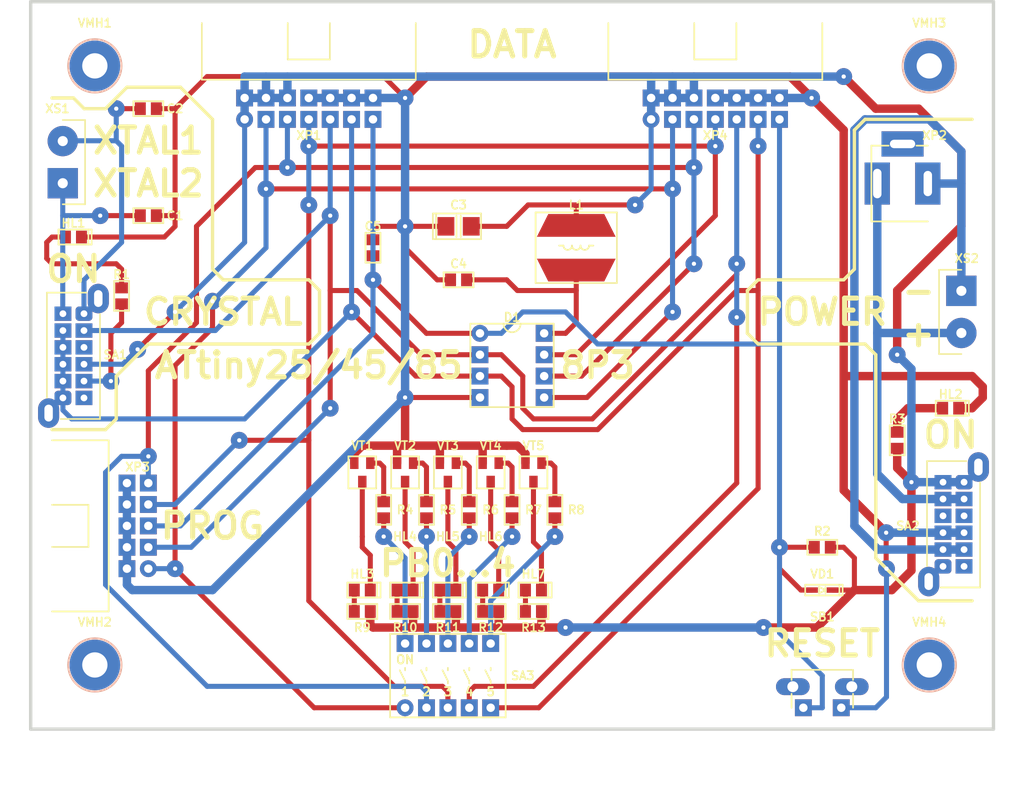
<source format=kicad_pcb>
(kicad_pcb (version 20171130) (host pcbnew 5.1.4-e60b266~84~ubuntu18.04.1)

  (general
    (thickness 1.5)
    (drawings 48)
    (tracks 375)
    (zones 0)
    (modules 47)
    (nets 37)
  )

  (page A4)
  (title_block
    (title main_board_8P3)
    (date 2019-09-07)
    (rev 1)
    (company "Igor Vladimirovich Ivanov")
    (comment 1 https://github.com/Adept666)
    (comment 2 "This project is licensed under GNU General Public License v3.0 or later")
  )

  (layers
    (0 F.Cu signal)
    (31 B.Cu signal)
    (36 B.SilkS user)
    (37 F.SilkS user)
    (38 B.Mask user)
    (39 F.Mask user)
    (40 Dwgs.User user)
    (41 Cmts.User user)
    (42 Eco1.User user)
    (43 Eco2.User user)
    (44 Edge.Cuts user)
    (45 Margin user)
    (46 B.CrtYd user)
    (47 F.CrtYd user)
    (48 B.Fab user)
    (49 F.Fab user)
  )

  (setup
    (last_trace_width 0.6)
    (trace_clearance 0)
    (zone_clearance 0.508)
    (zone_45_only no)
    (trace_min 0.2)
    (via_size 3)
    (via_drill 1)
    (via_min_size 0.4)
    (via_min_drill 0.3)
    (uvia_size 0.3)
    (uvia_drill 0.1)
    (uvias_allowed no)
    (uvia_min_size 0)
    (uvia_min_drill 0)
    (edge_width 0.2)
    (segment_width 0.4)
    (pcb_text_width 0.3)
    (pcb_text_size 1.5 1.5)
    (mod_edge_width 0.15)
    (mod_text_size 1 1)
    (mod_text_width 0.15)
    (pad_size 1.524 1.524)
    (pad_drill 0.762)
    (pad_to_mask_clearance 0.2)
    (solder_mask_min_width 0.25)
    (aux_axis_origin 0 0)
    (visible_elements 7FFFFFFF)
    (pcbplotparams
      (layerselection 0x00030_80000001)
      (usegerberextensions false)
      (usegerberattributes false)
      (usegerberadvancedattributes false)
      (creategerberjobfile false)
      (excludeedgelayer true)
      (linewidth 0.100000)
      (plotframeref false)
      (viasonmask false)
      (mode 1)
      (useauxorigin false)
      (hpglpennumber 1)
      (hpglpenspeed 20)
      (hpglpendiameter 15.000000)
      (psnegative false)
      (psa4output false)
      (plotreference true)
      (plotvalue true)
      (plotinvisibletext false)
      (padsonsilk false)
      (subtractmaskfromsilk false)
      (outputformat 1)
      (mirror false)
      (drillshape 0)
      (scaleselection 1)
      (outputdirectory ""))
  )

  (net 0 "")
  (net 1 "Net-(C1-Pad1)")
  (net 2 "Net-(C2-Pad1)")
  (net 3 V)
  (net 4 /VCC)
  (net 5 /PB5)
  (net 6 /PB3)
  (net 7 /PB4)
  (net 8 /PB0)
  (net 9 /PB1)
  (net 10 /PB2)
  (net 11 "Net-(HL1-PadA)")
  (net 12 "Net-(HL2-PadA)")
  (net 13 "Net-(HL3-PadA)")
  (net 14 "Net-(HL3-PadC)")
  (net 15 "Net-(HL4-PadA)")
  (net 16 "Net-(HL4-PadC)")
  (net 17 "Net-(HL5-PadA)")
  (net 18 "Net-(HL5-PadC)")
  (net 19 "Net-(HL6-PadA)")
  (net 20 "Net-(HL6-PadC)")
  (net 21 "Net-(HL7-PadA)")
  (net 22 "Net-(HL7-PadC)")
  (net 23 "Net-(R1-Pad1)")
  (net 24 "Net-(R4-Pad1)")
  (net 25 "Net-(R4-Pad2)")
  (net 26 "Net-(R5-Pad1)")
  (net 27 "Net-(R5-Pad2)")
  (net 28 "Net-(R6-Pad1)")
  (net 29 "Net-(R6-Pad2)")
  (net 30 "Net-(R7-Pad1)")
  (net 31 "Net-(R7-Pad2)")
  (net 32 "Net-(R8-Pad1)")
  (net 33 "Net-(R8-Pad2)")
  (net 34 COM)
  (net 35 "Net-(SA2-PadCOM1)")
  (net 36 "Net-(SA2-PadCOM2)")

  (net_class Default "This is the default net class."
    (clearance 0)
    (trace_width 0.6)
    (via_dia 3)
    (via_drill 1)
    (uvia_dia 0.3)
    (uvia_drill 0.1)
    (add_net /PB0)
    (add_net /PB1)
    (add_net /PB2)
    (add_net /PB3)
    (add_net /PB4)
    (add_net /PB5)
    (add_net /VCC)
    (add_net COM)
    (add_net "Net-(C1-Pad1)")
    (add_net "Net-(C2-Pad1)")
    (add_net "Net-(HL1-PadA)")
    (add_net "Net-(HL2-PadA)")
    (add_net "Net-(HL3-PadA)")
    (add_net "Net-(HL3-PadC)")
    (add_net "Net-(HL4-PadA)")
    (add_net "Net-(HL4-PadC)")
    (add_net "Net-(HL5-PadA)")
    (add_net "Net-(HL5-PadC)")
    (add_net "Net-(HL6-PadA)")
    (add_net "Net-(HL6-PadC)")
    (add_net "Net-(HL7-PadA)")
    (add_net "Net-(HL7-PadC)")
    (add_net "Net-(R1-Pad1)")
    (add_net "Net-(R4-Pad1)")
    (add_net "Net-(R4-Pad2)")
    (add_net "Net-(R5-Pad1)")
    (add_net "Net-(R5-Pad2)")
    (add_net "Net-(R6-Pad1)")
    (add_net "Net-(R6-Pad2)")
    (add_net "Net-(R7-Pad1)")
    (add_net "Net-(R7-Pad2)")
    (add_net "Net-(R8-Pad1)")
    (add_net "Net-(R8-Pad2)")
    (add_net "Net-(SA2-PadCOM1)")
    (add_net "Net-(SA2-PadCOM2)")
    (add_net V)
  )

  (module "KCL:SW-NDI(R)-05" (layer F.Cu) (tedit 5D6FCCD1) (tstamp 5D703FB6)
    (at 140.97 140.97 90)
    (path /5AD54C53)
    (fp_text reference SA3 (at 0 8.89 180) (layer F.SilkS)
      (effects (font (size 1 1) (thickness 0.2)))
    )
    (fp_text value SWITCH_GENERAL_01P_01T_NO_05U (at -7.62 0 180) (layer F.Fab) hide
      (effects (font (size 1 1) (thickness 0.2)))
    )
    (fp_line (start 4.953 -6.858) (end 4.953 6.858) (layer F.CrtYd) (width 0.1))
    (fp_line (start -4.953 -6.858) (end 4.953 -6.858) (layer F.CrtYd) (width 0.1))
    (fp_line (start -4.953 6.858) (end 4.953 6.858) (layer F.CrtYd) (width 0.1))
    (fp_line (start -4.953 -6.858) (end -4.953 6.858) (layer F.CrtYd) (width 0.1))
    (fp_text user 5 (at -1.905 5.08 180) (layer F.SilkS)
      (effects (font (size 1 1) (thickness 0.2)))
    )
    (fp_text user 4 (at -1.905 2.54 180) (layer F.SilkS)
      (effects (font (size 1 1) (thickness 0.2)))
    )
    (fp_text user 3 (at -1.905 0 180) (layer F.SilkS)
      (effects (font (size 1 1) (thickness 0.2)))
    )
    (fp_text user 2 (at -1.905 -2.54 180) (layer F.SilkS)
      (effects (font (size 1 1) (thickness 0.2)))
    )
    (fp_text user 1 (at -1.905 -5.08 180) (layer F.SilkS)
      (effects (font (size 1 1) (thickness 0.2)))
    )
    (fp_text user ON (at 1.905 -5.08 180) (layer F.SilkS)
      (effects (font (size 1 1) (thickness 0.2)))
    )
    (fp_line (start -3.1 -6.82) (end -3.1 6.82) (layer F.Fab) (width 0.2))
    (fp_line (start -3.1 6.82) (end 3.1 6.82) (layer F.Fab) (width 0.2))
    (fp_line (start 3.1 -6.82) (end 3.1 6.82) (layer F.Fab) (width 0.2))
    (fp_line (start -3.1 -6.82) (end 3.1 -6.82) (layer F.Fab) (width 0.2))
    (fp_line (start -1 0.5) (end -1 -0.5) (layer F.Fab) (width 0.2))
    (fp_line (start -1 0.5) (end 1 0.5) (layer F.Fab) (width 0.2))
    (fp_line (start 1 -0.5) (end 1 0.5) (layer F.Fab) (width 0.2))
    (fp_line (start -1 -0.5) (end 1 -0.5) (layer F.Fab) (width 0.2))
    (fp_line (start 0 -0.5) (end 0 0.5) (layer F.Fab) (width 0.2))
    (fp_line (start 0 -3.04) (end 0 -2.04) (layer F.Fab) (width 0.2))
    (fp_line (start 0 -5.58) (end 0 -4.58) (layer F.Fab) (width 0.2))
    (fp_line (start 0 2.04) (end 0 3.04) (layer F.Fab) (width 0.2))
    (fp_line (start 0 4.58) (end 0 5.58) (layer F.Fab) (width 0.2))
    (fp_line (start -1 3.04) (end -1 2.04) (layer F.Fab) (width 0.2))
    (fp_line (start -1 5.58) (end -1 4.58) (layer F.Fab) (width 0.2))
    (fp_line (start -1 -2.04) (end -1 -3.04) (layer F.Fab) (width 0.2))
    (fp_line (start -1 -4.58) (end -1 -5.58) (layer F.Fab) (width 0.2))
    (fp_line (start 1 2.04) (end 1 3.04) (layer F.Fab) (width 0.2))
    (fp_line (start 1 4.58) (end 1 5.58) (layer F.Fab) (width 0.2))
    (fp_line (start 1 -3.04) (end 1 -2.04) (layer F.Fab) (width 0.2))
    (fp_line (start 1 -5.58) (end 1 -4.58) (layer F.Fab) (width 0.2))
    (fp_line (start -1 -3.04) (end 1 -3.04) (layer F.Fab) (width 0.2))
    (fp_line (start -1 -5.58) (end 1 -5.58) (layer F.Fab) (width 0.2))
    (fp_line (start -1 2.04) (end 1 2.04) (layer F.Fab) (width 0.2))
    (fp_line (start -1 4.58) (end 1 4.58) (layer F.Fab) (width 0.2))
    (fp_line (start -1 -2.04) (end 1 -2.04) (layer F.Fab) (width 0.2))
    (fp_line (start -1 -4.58) (end 1 -4.58) (layer F.Fab) (width 0.2))
    (fp_line (start -1 3.04) (end 1 3.04) (layer F.Fab) (width 0.2))
    (fp_line (start -1 5.58) (end 1 5.58) (layer F.Fab) (width 0.2))
    (fp_line (start 4.953 -6.858) (end 4.953 6.858) (layer F.SilkS) (width 0.2))
    (fp_line (start -4.953 -6.858) (end 4.953 -6.858) (layer F.SilkS) (width 0.2))
    (fp_line (start -4.953 6.858) (end 4.953 6.858) (layer F.SilkS) (width 0.2))
    (fp_line (start -4.953 -6.858) (end -4.953 6.858) (layer F.SilkS) (width 0.2))
    (fp_text user 3 (at -1.905 0) (layer F.SilkS)
      (effects (font (size 1 1) (thickness 0.2)))
    )
    (fp_text user ON (at 1.905 -5.08) (layer F.SilkS)
      (effects (font (size 1 1) (thickness 0.2)))
    )
    (fp_line (start -0.635 0) (end 0.635 -0.635) (layer F.SilkS) (width 0.2))
    (fp_line (start 0.635 0) (end 0.925 0) (layer F.SilkS) (width 0.2))
    (fp_line (start -0.925 0) (end -0.635 0) (layer F.SilkS) (width 0.2))
    (fp_text user 2 (at -1.905 -2.54) (layer F.SilkS)
      (effects (font (size 1 1) (thickness 0.2)))
    )
    (fp_text user 1 (at -1.905 -5.08) (layer F.SilkS)
      (effects (font (size 1 1) (thickness 0.2)))
    )
    (fp_text user 4 (at -1.905 2.54) (layer F.SilkS)
      (effects (font (size 1 1) (thickness 0.2)))
    )
    (fp_text user 5 (at -1.905 5.08) (layer F.SilkS)
      (effects (font (size 1 1) (thickness 0.2)))
    )
    (fp_line (start -0.635 -2.54) (end 0.635 -3.175) (layer F.SilkS) (width 0.2))
    (fp_line (start -0.635 -5.08) (end 0.635 -5.715) (layer F.SilkS) (width 0.2))
    (fp_line (start -0.635 2.54) (end 0.635 1.905) (layer F.SilkS) (width 0.2))
    (fp_line (start -0.635 5.08) (end 0.635 4.445) (layer F.SilkS) (width 0.2))
    (fp_line (start -0.925 -2.54) (end -0.635 -2.54) (layer F.SilkS) (width 0.2))
    (fp_line (start -0.925 -5.08) (end -0.635 -5.08) (layer F.SilkS) (width 0.2))
    (fp_line (start -0.925 2.54) (end -0.635 2.54) (layer F.SilkS) (width 0.2))
    (fp_line (start -0.925 5.08) (end -0.635 5.08) (layer F.SilkS) (width 0.2))
    (fp_line (start 0.635 -2.54) (end 0.925 -2.54) (layer F.SilkS) (width 0.2))
    (fp_line (start 0.635 -5.08) (end 0.925 -5.08) (layer F.SilkS) (width 0.2))
    (fp_line (start 0.635 2.54) (end 0.925 2.54) (layer F.SilkS) (width 0.2))
    (fp_line (start 0.635 5.08) (end 0.925 5.08) (layer F.SilkS) (width 0.2))
    (pad 1NO thru_hole rect (at 3.81 -5.08 90) (size 2 2) (drill 1) (layers *.Cu *.Mask)
      (net 24 "Net-(R4-Pad1)"))
    (pad 2NO thru_hole rect (at 3.81 -2.54 90) (size 2 2) (drill 1) (layers *.Cu *.Mask)
      (net 26 "Net-(R5-Pad1)"))
    (pad 3NO thru_hole rect (at 3.81 0 90) (size 2 2) (drill 1) (layers *.Cu *.Mask)
      (net 28 "Net-(R6-Pad1)"))
    (pad 4NO thru_hole rect (at 3.81 2.54 90) (size 2 2) (drill 1) (layers *.Cu *.Mask)
      (net 30 "Net-(R7-Pad1)"))
    (pad 5NO thru_hole rect (at 3.81 5.08 90) (size 2 2) (drill 1) (layers *.Cu *.Mask)
      (net 32 "Net-(R8-Pad1)"))
    (pad 5COM thru_hole rect (at -3.81 5.08 90) (size 2 2) (drill 1) (layers *.Cu *.Mask)
      (net 7 /PB4))
    (pad 4COM thru_hole rect (at -3.81 2.54 90) (size 2 2) (drill 1) (layers *.Cu *.Mask)
      (net 6 /PB3))
    (pad 3COM thru_hole rect (at -3.81 0 90) (size 2 2) (drill 1) (layers *.Cu *.Mask)
      (net 10 /PB2))
    (pad 2COM thru_hole rect (at -3.81 -2.54 90) (size 2 2) (drill 1) (layers *.Cu *.Mask)
      (net 9 /PB1))
    (pad 1COM thru_hole circle (at -3.81 -5.08 90) (size 2 2) (drill 1) (layers *.Cu *.Mask)
      (net 8 /PB0))
  )

  (module KCL:SW-SK-42D01-G (layer F.Cu) (tedit 5D6FCE51) (tstamp 5D288CDC)
    (at 96.52 103 270)
    (path /5AD7E9C3)
    (fp_text reference SA1 (at -0.13 -4.965) (layer F.SilkS)
      (effects (font (size 1 1) (thickness 0.2)))
    )
    (fp_text value SWITCH_GENERAL_04P_02T (at -0.13 17.78) (layer F.Fab) hide
      (effects (font (size 1 1) (thickness 0.2)))
    )
    (fp_line (start -4.953 -3.15) (end 7.5 -3.15) (layer F.SilkS) (width 0.2))
    (fp_line (start 7.5 -3.15) (end 7.5 1.524) (layer F.SilkS) (width 0.2))
    (fp_line (start -7.5 3.15) (end 4.953 3.15) (layer F.SilkS) (width 0.2))
    (fp_line (start -7.5 -1.524) (end -7.5 3.15) (layer F.SilkS) (width 0.2))
    (fp_line (start -7.5 3.15) (end 7.5 3.15) (layer F.Fab) (width 0.2))
    (fp_line (start -7.5 -3.15) (end 7.5 -3.15) (layer F.Fab) (width 0.2))
    (fp_line (start 7.5 -3.15) (end 7.5 3.15) (layer F.Fab) (width 0.2))
    (fp_line (start -7.5 -3.15) (end -7.5 3.15) (layer F.Fab) (width 0.2))
    (fp_line (start -3.5 3.15) (end -3.5 7.15) (layer F.Fab) (width 0.2))
    (fp_line (start -3.5 7.15) (end -0.5 7.15) (layer F.Fab) (width 0.2))
    (fp_line (start -0.5 3.15) (end -0.5 7.15) (layer F.Fab) (width 0.2))
    (fp_line (start -7.8 -3.45) (end 7.8 -3.45) (layer F.CrtYd) (width 0.1))
    (fp_line (start 7.8 3.45) (end 7.8 -3.45) (layer F.CrtYd) (width 0.1))
    (fp_line (start 3.5 3.45) (end 7.8 3.45) (layer F.CrtYd) (width 0.1))
    (fp_line (start 3.5 7.15) (end 3.5 3.45) (layer F.CrtYd) (width 0.1))
    (fp_line (start -7.8 -3.45) (end -7.8 3.45) (layer F.CrtYd) (width 0.1))
    (fp_line (start -7.8 3.45) (end -3.5 3.45) (layer F.CrtYd) (width 0.1))
    (fp_line (start -3.5 3.45) (end -3.5 7.15) (layer F.CrtYd) (width 0.1))
    (fp_line (start -3.5 7.15) (end 3.5 7.15) (layer F.CrtYd) (width 0.1))
    (pad 0 thru_hole oval (at -6.8 -2.95 270) (size 3.5 2.5) (drill oval 2 1) (layers F.Cu))
    (pad 0 thru_hole oval (at 6.8 2.95 270) (size 3.5 2.5) (drill oval 2 1) (layers F.Cu))
    (pad NC1 thru_hole roundrect (at -5 -1.25 270) (size 1.7 2) (drill 0.8) (layers B.Cu B.Mask) (roundrect_rratio 0.25)
      (net 2 "Net-(C2-Pad1)"))
    (pad COM1 thru_hole rect (at -3 -1.25 270) (size 1.7 2) (drill 0.8) (layers B.Cu B.Mask)
      (net 6 /PB3))
    (pad NO1 thru_hole rect (at -1 -1.25 270) (size 1.7 2) (drill 0.8) (layers B.Cu B.Mask))
    (pad NC2 thru_hole rect (at 1 -1.25 270) (size 1.7 2) (drill 0.8) (layers B.Cu B.Mask)
      (net 3 V))
    (pad COM2 thru_hole rect (at 3 -1.25 270) (size 1.7 2) (drill 0.8) (layers B.Cu B.Mask)
      (net 23 "Net-(R1-Pad1)"))
    (pad NO2 thru_hole rect (at 5 -1.25 270) (size 1.7 2) (drill 0.8) (layers B.Cu B.Mask))
    (pad NC3 thru_hole rect (at -5 1.25 270) (size 1.7 2) (drill 0.8) (layers B.Cu B.Mask)
      (net 1 "Net-(C1-Pad1)"))
    (pad COM3 thru_hole rect (at -3 1.25 270) (size 1.7 2) (drill 0.8) (layers B.Cu B.Mask)
      (net 7 /PB4))
    (pad NO3 thru_hole rect (at -1 1.25 270) (size 1.7 2) (drill 0.8) (layers B.Cu B.Mask)
      (net 7 /PB4))
    (pad NC4 thru_hole rect (at 1 1.25 270) (size 1.7 2) (drill 0.8) (layers B.Cu B.Mask)
      (net 7 /PB4))
    (pad COM4 thru_hole rect (at 3 1.25 270) (size 1.7 2) (drill 0.8) (layers B.Cu B.Mask)
      (net 7 /PB4))
    (pad NO4 thru_hole roundrect (at 5 1.25 270) (size 1.7 2) (drill 0.8) (layers B.Cu B.Mask) (roundrect_rratio 0.25)
      (net 7 /PB4))
  )

  (module KCL:SW-SK-42D01-G (layer F.Cu) (tedit 5D6FCE51) (tstamp 5D288906)
    (at 201 123 90)
    (path /5AD54932)
    (fp_text reference SA2 (at -0.19 -5.42 180) (layer F.SilkS)
      (effects (font (size 1 1) (thickness 0.2)))
    )
    (fp_text value SWITCH_GENERAL_04P_02T (at -0.19 17.44 180) (layer F.Fab) hide
      (effects (font (size 1 1) (thickness 0.2)))
    )
    (fp_line (start -4.953 -3.15) (end 7.5 -3.15) (layer F.SilkS) (width 0.2))
    (fp_line (start 7.5 -3.15) (end 7.5 1.524) (layer F.SilkS) (width 0.2))
    (fp_line (start -7.5 3.15) (end 4.953 3.15) (layer F.SilkS) (width 0.2))
    (fp_line (start -7.5 -1.524) (end -7.5 3.15) (layer F.SilkS) (width 0.2))
    (fp_line (start -7.5 3.15) (end 7.5 3.15) (layer F.Fab) (width 0.2))
    (fp_line (start -7.5 -3.15) (end 7.5 -3.15) (layer F.Fab) (width 0.2))
    (fp_line (start 7.5 -3.15) (end 7.5 3.15) (layer F.Fab) (width 0.2))
    (fp_line (start -7.5 -3.15) (end -7.5 3.15) (layer F.Fab) (width 0.2))
    (fp_line (start -3.5 3.15) (end -3.5 7.15) (layer F.Fab) (width 0.2))
    (fp_line (start -3.5 7.15) (end -0.5 7.15) (layer F.Fab) (width 0.2))
    (fp_line (start -0.5 3.15) (end -0.5 7.15) (layer F.Fab) (width 0.2))
    (fp_line (start -7.8 -3.45) (end 7.8 -3.45) (layer F.CrtYd) (width 0.1))
    (fp_line (start 7.8 3.45) (end 7.8 -3.45) (layer F.CrtYd) (width 0.1))
    (fp_line (start 3.5 3.45) (end 7.8 3.45) (layer F.CrtYd) (width 0.1))
    (fp_line (start 3.5 7.15) (end 3.5 3.45) (layer F.CrtYd) (width 0.1))
    (fp_line (start -7.8 -3.45) (end -7.8 3.45) (layer F.CrtYd) (width 0.1))
    (fp_line (start -7.8 3.45) (end -3.5 3.45) (layer F.CrtYd) (width 0.1))
    (fp_line (start -3.5 3.45) (end -3.5 7.15) (layer F.CrtYd) (width 0.1))
    (fp_line (start -3.5 7.15) (end 3.5 7.15) (layer F.CrtYd) (width 0.1))
    (pad 0 thru_hole oval (at -6.8 -2.95 90) (size 3.5 2.5) (drill oval 2 1) (layers F.Cu))
    (pad 0 thru_hole oval (at 6.8 2.95 90) (size 3.5 2.5) (drill oval 2 1) (layers F.Cu))
    (pad NC1 thru_hole roundrect (at -5 -1.25 90) (size 1.7 2) (drill 0.8) (layers B.Cu B.Mask) (roundrect_rratio 0.25))
    (pad COM1 thru_hole rect (at -3 -1.25 90) (size 1.7 2) (drill 0.8) (layers B.Cu B.Mask)
      (net 35 "Net-(SA2-PadCOM1)"))
    (pad NO1 thru_hole rect (at -1 -1.25 90) (size 1.7 2) (drill 0.8) (layers B.Cu B.Mask)
      (net 34 COM))
    (pad NC2 thru_hole rect (at 1 -1.25 90) (size 1.7 2) (drill 0.8) (layers B.Cu B.Mask))
    (pad COM2 thru_hole rect (at 3 -1.25 90) (size 1.7 2) (drill 0.8) (layers B.Cu B.Mask)
      (net 36 "Net-(SA2-PadCOM2)"))
    (pad NO2 thru_hole rect (at 5 -1.25 90) (size 1.7 2) (drill 0.8) (layers B.Cu B.Mask)
      (net 3 V))
    (pad NC3 thru_hole rect (at -5 1.25 90) (size 1.7 2) (drill 0.8) (layers B.Cu B.Mask))
    (pad COM3 thru_hole rect (at -3 1.25 90) (size 1.7 2) (drill 0.8) (layers B.Cu B.Mask)
      (net 35 "Net-(SA2-PadCOM1)"))
    (pad NO3 thru_hole rect (at -1 1.25 90) (size 1.7 2) (drill 0.8) (layers B.Cu B.Mask)
      (net 34 COM))
    (pad NC4 thru_hole rect (at 1 1.25 90) (size 1.7 2) (drill 0.8) (layers B.Cu B.Mask))
    (pad COM4 thru_hole rect (at 3 1.25 90) (size 1.7 2) (drill 0.8) (layers B.Cu B.Mask)
      (net 36 "Net-(SA2-PadCOM2)"))
    (pad NO4 thru_hole roundrect (at 5 1.25 90) (size 1.7 2) (drill 0.8) (layers B.Cu B.Mask) (roundrect_rratio 0.25)
      (net 3 V))
  )

  (module KCL:SW-07125 (layer F.Cu) (tedit 5D6FC8EF) (tstamp 5AD7C3D2)
    (at 185.42 144.78)
    (path /5AD5497D)
    (fp_text reference SB1 (at 0 -10.795) (layer F.SilkS)
      (effects (font (size 1 1) (thickness 0.2)))
    )
    (fp_text value SWITCH_BUTTON_NON-LOCK_01P_01T_NO (at 0 12.7) (layer F.Fab) hide
      (effects (font (size 1 1) (thickness 0.2)))
    )
    (fp_line (start -3.65 2.5) (end 3.65 2.5) (layer F.Fab) (width 0.2))
    (fp_line (start 1.75 2.5) (end 1.75 11.35) (layer F.Fab) (width 0.2))
    (fp_line (start -1.75 11.35) (end 1.75 11.35) (layer F.Fab) (width 0.2))
    (fp_line (start -1.75 2.5) (end -1.75 11.35) (layer F.Fab) (width 0.2))
    (fp_line (start 3.65 -4.5) (end 3.65 2.5) (layer F.Fab) (width 0.2))
    (fp_line (start -3.65 -4.5) (end -3.65 2.5) (layer F.Fab) (width 0.2))
    (fp_line (start -3.65 -1.3) (end 3.65 -1.3) (layer F.Fab) (width 0.2))
    (fp_line (start -3.65 -1.651) (end -3.65 0) (layer F.SilkS) (width 0.2))
    (fp_line (start 3.65 -4.5) (end 3.65 -3.302) (layer F.SilkS) (width 0.2))
    (fp_line (start -3.65 -4.5) (end 3.65 -4.5) (layer F.SilkS) (width 0.2))
    (fp_line (start -3.65 -4.5) (end -3.65 -3.302) (layer F.SilkS) (width 0.2))
    (fp_line (start 3.65 -1.651) (end 3.65 0) (layer F.SilkS) (width 0.2))
    (fp_line (start -4.15 -4.5) (end 4.15 -4.5) (layer F.CrtYd) (width 0.1))
    (fp_line (start -1.75 11.35) (end 1.75 11.35) (layer F.CrtYd) (width 0.1))
    (fp_line (start -1.75 2.5) (end -1.75 11.35) (layer F.CrtYd) (width 0.1))
    (fp_line (start -4.15 2.5) (end -1.75 2.5) (layer F.CrtYd) (width 0.1))
    (fp_line (start -4.15 -4.5) (end -4.15 2.5) (layer F.CrtYd) (width 0.1))
    (fp_line (start 1.75 2.5) (end 1.75 11.35) (layer F.CrtYd) (width 0.1))
    (fp_line (start 1.75 2.5) (end 4.15 2.5) (layer F.CrtYd) (width 0.1))
    (fp_line (start 4.15 -4.5) (end 4.15 2.5) (layer F.CrtYd) (width 0.1))
    (pad 0 thru_hole oval (at 3.5 -2.5) (size 4 2) (drill 1.3) (layers B.Cu B.Mask))
    (pad 0 thru_hole oval (at -3.5 -2.5) (size 4 2) (drill 1.3) (layers B.Cu B.Mask))
    (pad COM thru_hole rect (at 2.25 0) (size 2 2) (drill 1) (layers B.Cu B.Mask)
      (net 34 COM))
    (pad NO thru_hole rect (at -2.25 0) (size 2 2) (drill 1) (layers B.Cu B.Mask)
      (net 5 /PB5))
  )

  (module KCL:VMH-STA-DA5 (layer F.Cu) (tedit 5D6F9ADC) (tstamp 5D2885F9)
    (at 198.12 139.7)
    (path /5D2DC5C0)
    (fp_text reference VMH4 (at 0 -5.08) (layer F.SilkS)
      (effects (font (size 1 1) (thickness 0.2)))
    )
    (fp_text value VIRTUAL_MOUNTING-HOLE (at 17.78 0) (layer F.Fab) hide
      (effects (font (size 1 1) (thickness 0.2)))
    )
    (fp_circle (center 0 0) (end 3.175 0) (layer F.CrtYd) (width 0.1))
    (fp_line (start -1.4435 -2.5) (end 1.4435 -2.5) (layer F.Fab) (width 0.2))
    (fp_line (start 1.4435 -2.5) (end 2.887 0) (layer F.Fab) (width 0.2))
    (fp_line (start 2.887 0) (end 1.4435 2.5) (layer F.Fab) (width 0.2))
    (fp_line (start -1.4435 2.5) (end 1.4435 2.5) (layer F.Fab) (width 0.2))
    (fp_line (start -2.887 0) (end -1.4435 2.5) (layer F.Fab) (width 0.2))
    (fp_line (start -1.4435 -2.5) (end -2.887 0) (layer F.Fab) (width 0.2))
    (fp_circle (center 0 0) (end 3.175 0) (layer F.SilkS) (width 0.2))
    (fp_circle (center 0 0) (end 3.175 0) (layer B.CrtYd) (width 0.1))
    (fp_line (start 2.887 0) (end 1.4435 2.5) (layer B.Fab) (width 0.2))
    (fp_line (start 1.4435 -2.5) (end 2.887 0) (layer B.Fab) (width 0.2))
    (fp_line (start -1.4435 -2.5) (end 1.4435 -2.5) (layer B.Fab) (width 0.2))
    (fp_line (start -1.4435 -2.5) (end -2.887 0) (layer B.Fab) (width 0.2))
    (fp_line (start -1.4435 2.5) (end 1.4435 2.5) (layer B.Fab) (width 0.2))
    (fp_line (start -2.887 0) (end -1.4435 2.5) (layer B.Fab) (width 0.2))
    (fp_circle (center 0 0) (end 3.175 0) (layer B.SilkS) (width 0.2))
    (pad 0 thru_hole circle (at 0 0) (size 6 6) (drill 3) (layers *.Cu *.Mask))
  )

  (module KCL:VMH-STA-DA5 (layer F.Cu) (tedit 5D6F9ADC) (tstamp 5D28A05A)
    (at 99.06 139.7)
    (path /5D2C5735)
    (fp_text reference VMH2 (at 0 -5.08) (layer F.SilkS)
      (effects (font (size 1 1) (thickness 0.2)))
    )
    (fp_text value VIRTUAL_MOUNTING-HOLE (at -17.78 0) (layer F.Fab) hide
      (effects (font (size 1 1) (thickness 0.2)))
    )
    (fp_circle (center 0 0) (end 3.175 0) (layer F.CrtYd) (width 0.1))
    (fp_line (start -1.4435 -2.5) (end 1.4435 -2.5) (layer F.Fab) (width 0.2))
    (fp_line (start 1.4435 -2.5) (end 2.887 0) (layer F.Fab) (width 0.2))
    (fp_line (start 2.887 0) (end 1.4435 2.5) (layer F.Fab) (width 0.2))
    (fp_line (start -1.4435 2.5) (end 1.4435 2.5) (layer F.Fab) (width 0.2))
    (fp_line (start -2.887 0) (end -1.4435 2.5) (layer F.Fab) (width 0.2))
    (fp_line (start -1.4435 -2.5) (end -2.887 0) (layer F.Fab) (width 0.2))
    (fp_circle (center 0 0) (end 3.175 0) (layer F.SilkS) (width 0.2))
    (fp_circle (center 0 0) (end 3.175 0) (layer B.CrtYd) (width 0.1))
    (fp_line (start 2.887 0) (end 1.4435 2.5) (layer B.Fab) (width 0.2))
    (fp_line (start 1.4435 -2.5) (end 2.887 0) (layer B.Fab) (width 0.2))
    (fp_line (start -1.4435 -2.5) (end 1.4435 -2.5) (layer B.Fab) (width 0.2))
    (fp_line (start -1.4435 -2.5) (end -2.887 0) (layer B.Fab) (width 0.2))
    (fp_line (start -1.4435 2.5) (end 1.4435 2.5) (layer B.Fab) (width 0.2))
    (fp_line (start -2.887 0) (end -1.4435 2.5) (layer B.Fab) (width 0.2))
    (fp_circle (center 0 0) (end 3.175 0) (layer B.SilkS) (width 0.2))
    (pad 0 thru_hole circle (at 0 0) (size 6 6) (drill 3) (layers *.Cu *.Mask))
  )

  (module KCL:VMH-STA-DA5 (layer F.Cu) (tedit 5D6F9ADC) (tstamp 5D2881AA)
    (at 198.12 68.58)
    (path /5D2D0C7A)
    (fp_text reference VMH3 (at 0 -5.08) (layer F.SilkS)
      (effects (font (size 1 1) (thickness 0.2)))
    )
    (fp_text value VIRTUAL_MOUNTING-HOLE (at 17.78 0) (layer F.Fab) hide
      (effects (font (size 1 1) (thickness 0.2)))
    )
    (fp_circle (center 0 0) (end 3.175 0) (layer F.CrtYd) (width 0.1))
    (fp_line (start -1.4435 -2.5) (end 1.4435 -2.5) (layer F.Fab) (width 0.2))
    (fp_line (start 1.4435 -2.5) (end 2.887 0) (layer F.Fab) (width 0.2))
    (fp_line (start 2.887 0) (end 1.4435 2.5) (layer F.Fab) (width 0.2))
    (fp_line (start -1.4435 2.5) (end 1.4435 2.5) (layer F.Fab) (width 0.2))
    (fp_line (start -2.887 0) (end -1.4435 2.5) (layer F.Fab) (width 0.2))
    (fp_line (start -1.4435 -2.5) (end -2.887 0) (layer F.Fab) (width 0.2))
    (fp_circle (center 0 0) (end 3.175 0) (layer F.SilkS) (width 0.2))
    (fp_circle (center 0 0) (end 3.175 0) (layer B.CrtYd) (width 0.1))
    (fp_line (start 2.887 0) (end 1.4435 2.5) (layer B.Fab) (width 0.2))
    (fp_line (start 1.4435 -2.5) (end 2.887 0) (layer B.Fab) (width 0.2))
    (fp_line (start -1.4435 -2.5) (end 1.4435 -2.5) (layer B.Fab) (width 0.2))
    (fp_line (start -1.4435 -2.5) (end -2.887 0) (layer B.Fab) (width 0.2))
    (fp_line (start -1.4435 2.5) (end 1.4435 2.5) (layer B.Fab) (width 0.2))
    (fp_line (start -2.887 0) (end -1.4435 2.5) (layer B.Fab) (width 0.2))
    (fp_circle (center 0 0) (end 3.175 0) (layer B.SilkS) (width 0.2))
    (pad 0 thru_hole circle (at 0 0) (size 6 6) (drill 3) (layers *.Cu *.Mask))
  )

  (module KCL:VMH-STA-DA5 (layer F.Cu) (tedit 5D6F9ADC) (tstamp 5D28A009)
    (at 99.06 68.58)
    (path /5D2AFAF0)
    (fp_text reference VMH1 (at 0 -5.08) (layer F.SilkS)
      (effects (font (size 1 1) (thickness 0.2)))
    )
    (fp_text value VIRTUAL_MOUNTING-HOLE (at -17.78 0) (layer F.Fab) hide
      (effects (font (size 1 1) (thickness 0.2)))
    )
    (fp_circle (center 0 0) (end 3.175 0) (layer F.CrtYd) (width 0.1))
    (fp_line (start -1.4435 -2.5) (end 1.4435 -2.5) (layer F.Fab) (width 0.2))
    (fp_line (start 1.4435 -2.5) (end 2.887 0) (layer F.Fab) (width 0.2))
    (fp_line (start 2.887 0) (end 1.4435 2.5) (layer F.Fab) (width 0.2))
    (fp_line (start -1.4435 2.5) (end 1.4435 2.5) (layer F.Fab) (width 0.2))
    (fp_line (start -2.887 0) (end -1.4435 2.5) (layer F.Fab) (width 0.2))
    (fp_line (start -1.4435 -2.5) (end -2.887 0) (layer F.Fab) (width 0.2))
    (fp_circle (center 0 0) (end 3.175 0) (layer F.SilkS) (width 0.2))
    (fp_circle (center 0 0) (end 3.175 0) (layer B.CrtYd) (width 0.1))
    (fp_line (start 2.887 0) (end 1.4435 2.5) (layer B.Fab) (width 0.2))
    (fp_line (start 1.4435 -2.5) (end 2.887 0) (layer B.Fab) (width 0.2))
    (fp_line (start -1.4435 -2.5) (end 1.4435 -2.5) (layer B.Fab) (width 0.2))
    (fp_line (start -1.4435 -2.5) (end -2.887 0) (layer B.Fab) (width 0.2))
    (fp_line (start -1.4435 2.5) (end 1.4435 2.5) (layer B.Fab) (width 0.2))
    (fp_line (start -2.887 0) (end -1.4435 2.5) (layer B.Fab) (width 0.2))
    (fp_circle (center 0 0) (end 3.175 0) (layer B.SilkS) (width 0.2))
    (pad 0 thru_hole circle (at 0 0) (size 6 6) (drill 3) (layers *.Cu *.Mask))
  )

  (module KCL:CON-IDC-10MR (layer F.Cu) (tedit 5D28D16E) (tstamp 5C692DF2)
    (at 104.14 123.19 90)
    (path /5AD7D48C)
    (fp_text reference XP3 (at 6.985 0 180) (layer F.SilkS)
      (effects (font (size 1 1) (thickness 0.2)))
    )
    (fp_text value CONNECTOR_M_010_20_PROG (at 0 -24.13 180) (layer F.Fab) hide
      (effects (font (size 1 1) (thickness 0.2)))
    )
    (fp_line (start 10.16 -12.34) (end 10.16 -3.07) (layer F.CrtYd) (width 0.1))
    (fp_line (start 5.58 -3.07) (end 5.58 1.77) (layer F.CrtYd) (width 0.1))
    (fp_line (start -5.58 -3.07) (end -5.58 1.77) (layer F.CrtYd) (width 0.1))
    (fp_line (start -10.16 -12.34) (end -10.16 -3.07) (layer F.CrtYd) (width 0.1))
    (fp_line (start -5.58 1.77) (end 5.58 1.77) (layer F.CrtYd) (width 0.1))
    (fp_line (start 5.58 -3.07) (end 10.16 -3.07) (layer F.CrtYd) (width 0.1))
    (fp_line (start -10.16 -3.07) (end -5.58 -3.07) (layer F.CrtYd) (width 0.1))
    (fp_line (start -10.16 -12.34) (end 10.16 -12.34) (layer F.CrtYd) (width 0.1))
    (fp_line (start 10.16 -12.34) (end 10.16 -3.44) (layer F.Fab) (width 0.2))
    (fp_line (start 2.5 -12.34) (end 2.5 -5.84) (layer F.Fab) (width 0.2))
    (fp_line (start -2.5 -12.34) (end -2.5 -5.84) (layer F.Fab) (width 0.2))
    (fp_line (start -10.16 -12.34) (end -10.16 -3.44) (layer F.Fab) (width 0.2))
    (fp_line (start -10.16 -3.44) (end 10.16 -3.44) (layer F.Fab) (width 0.2))
    (fp_line (start -2.5 -5.84) (end 2.5 -5.84) (layer F.Fab) (width 0.2))
    (fp_line (start -10.16 -12.34) (end 10.16 -12.34) (layer F.Fab) (width 0.2))
    (fp_line (start 10.16 -10.16) (end 10.16 -3.44) (layer F.SilkS) (width 0.2))
    (fp_line (start 2.5 -10.16) (end 2.5 -5.84) (layer F.SilkS) (width 0.2))
    (fp_line (start -2.5 -10.16) (end -2.5 -5.84) (layer F.SilkS) (width 0.2))
    (fp_line (start -10.16 -10.16) (end -10.16 -3.44) (layer F.SilkS) (width 0.2))
    (fp_line (start -10.16 -3.44) (end 10.16 -3.44) (layer F.SilkS) (width 0.2))
    (fp_line (start -2.5 -5.84) (end 2.5 -5.84) (layer F.SilkS) (width 0.2))
    (pad 10 thru_hole rect (at 5.08 -1.27 90) (size 2 2) (drill 1) (layers B.Cu B.Mask)
      (net 34 COM))
    (pad 9 thru_hole rect (at 5.08 1.27 90) (size 2 2) (drill 1) (layers B.Cu B.Mask)
      (net 9 /PB1))
    (pad 8 thru_hole rect (at 2.54 -1.27 90) (size 2 2) (drill 1) (layers B.Cu B.Mask)
      (net 34 COM))
    (pad 7 thru_hole rect (at 2.54 1.27 90) (size 2 2) (drill 1) (layers B.Cu B.Mask)
      (net 10 /PB2))
    (pad 6 thru_hole rect (at 0 -1.27 90) (size 2 2) (drill 1) (layers B.Cu B.Mask)
      (net 34 COM))
    (pad 5 thru_hole rect (at 0 1.27 90) (size 2 2) (drill 1) (layers B.Cu B.Mask)
      (net 5 /PB5))
    (pad 4 thru_hole rect (at -2.54 -1.27 90) (size 2 2) (drill 1) (layers B.Cu B.Mask)
      (net 34 COM))
    (pad 3 thru_hole rect (at -2.54 1.27 90) (size 2 2) (drill 1) (layers B.Cu B.Mask)
      (net 6 /PB3))
    (pad 2 thru_hole rect (at -5.08 -1.27 90) (size 2 2) (drill 1) (layers B.Cu B.Mask)
      (net 34 COM))
    (pad 1 thru_hole circle (at -5.08 1.27 90) (size 2 2) (drill 1) (layers B.Cu B.Mask)
      (net 8 /PB0))
  )

  (module KCL:CON-IDC-14MR (layer F.Cu) (tedit 5D28D16E) (tstamp 5AD7C472)
    (at 172.72 73.66)
    (path /5AD7D10B)
    (fp_text reference XP4 (at 0 3.175) (layer F.SilkS)
      (effects (font (size 1 1) (thickness 0.2)))
    )
    (fp_text value CONNECTOR_M_014_20_DATA (at 0 -13.97) (layer F.Fab) hide
      (effects (font (size 1 1) (thickness 0.2)))
    )
    (fp_line (start 12.7 -12.34) (end 12.7 -3.07) (layer F.CrtYd) (width 0.1))
    (fp_line (start 8.12 -3.07) (end 8.12 1.77) (layer F.CrtYd) (width 0.1))
    (fp_line (start -8.12 -3.07) (end -8.12 1.77) (layer F.CrtYd) (width 0.1))
    (fp_line (start -12.7 -12.34) (end -12.7 -3.07) (layer F.CrtYd) (width 0.1))
    (fp_line (start -8.12 1.77) (end 8.12 1.77) (layer F.CrtYd) (width 0.1))
    (fp_line (start 8.12 -3.07) (end 12.7 -3.07) (layer F.CrtYd) (width 0.1))
    (fp_line (start -12.7 -3.07) (end -8.12 -3.07) (layer F.CrtYd) (width 0.1))
    (fp_line (start -12.7 -12.34) (end 12.7 -12.34) (layer F.CrtYd) (width 0.1))
    (fp_line (start 12.7 -12.34) (end 12.7 -3.44) (layer F.Fab) (width 0.2))
    (fp_line (start 2.5 -12.34) (end 2.5 -5.84) (layer F.Fab) (width 0.2))
    (fp_line (start -2.5 -12.34) (end -2.5 -5.84) (layer F.Fab) (width 0.2))
    (fp_line (start -12.7 -12.34) (end -12.7 -3.44) (layer F.Fab) (width 0.2))
    (fp_line (start -12.7 -3.44) (end 12.7 -3.44) (layer F.Fab) (width 0.2))
    (fp_line (start -2.5 -5.84) (end 2.5 -5.84) (layer F.Fab) (width 0.2))
    (fp_line (start -12.7 -12.34) (end 12.7 -12.34) (layer F.Fab) (width 0.2))
    (fp_line (start 12.7 -10.16) (end 12.7 -3.44) (layer F.SilkS) (width 0.2))
    (fp_line (start 2.5 -10.16) (end 2.5 -5.84) (layer F.SilkS) (width 0.2))
    (fp_line (start -2.5 -10.16) (end -2.5 -5.84) (layer F.SilkS) (width 0.2))
    (fp_line (start -12.7 -10.16) (end -12.7 -3.44) (layer F.SilkS) (width 0.2))
    (fp_line (start -12.7 -3.44) (end 12.7 -3.44) (layer F.SilkS) (width 0.2))
    (fp_line (start -2.5 -5.84) (end 2.5 -5.84) (layer F.SilkS) (width 0.2))
    (pad 14 thru_hole rect (at 7.62 -1.27) (size 2 2) (drill 1) (layers B.Cu B.Mask)
      (net 34 COM))
    (pad 13 thru_hole rect (at 7.62 1.27) (size 2 2) (drill 1) (layers B.Cu B.Mask)
      (net 5 /PB5))
    (pad 12 thru_hole rect (at 5.08 -1.27) (size 2 2) (drill 1) (layers B.Cu B.Mask)
      (net 34 COM))
    (pad 11 thru_hole rect (at 5.08 1.27) (size 2 2) (drill 1) (layers B.Cu B.Mask)
      (net 7 /PB4))
    (pad 10 thru_hole rect (at 2.54 -1.27) (size 2 2) (drill 1) (layers B.Cu B.Mask)
      (net 34 COM))
    (pad 9 thru_hole rect (at 2.54 1.27) (size 2 2) (drill 1) (layers B.Cu B.Mask)
      (net 6 /PB3))
    (pad 8 thru_hole rect (at 0 -1.27) (size 2 2) (drill 1) (layers B.Cu B.Mask)
      (net 34 COM))
    (pad 7 thru_hole rect (at 0 1.27) (size 2 2) (drill 1) (layers B.Cu B.Mask)
      (net 10 /PB2))
    (pad 6 thru_hole rect (at -2.54 -1.27) (size 2 2) (drill 1) (layers B.Cu B.Mask)
      (net 3 V))
    (pad 5 thru_hole rect (at -2.54 1.27) (size 2 2) (drill 1) (layers B.Cu B.Mask)
      (net 9 /PB1))
    (pad 4 thru_hole rect (at -5.08 -1.27) (size 2 2) (drill 1) (layers B.Cu B.Mask)
      (net 3 V))
    (pad 3 thru_hole rect (at -5.08 1.27) (size 2 2) (drill 1) (layers B.Cu B.Mask)
      (net 8 /PB0))
    (pad 2 thru_hole rect (at -7.62 -1.27) (size 2 2) (drill 1) (layers B.Cu B.Mask)
      (net 3 V))
    (pad 1 thru_hole circle (at -7.62 1.27) (size 2 2) (drill 1) (layers B.Cu B.Mask)
      (net 3 V))
  )

  (module KCL:CON-IDC-14MR (layer F.Cu) (tedit 5D28D16E) (tstamp 5AD7C436)
    (at 124.46 73.66)
    (path /5AD7E6B0)
    (fp_text reference XP1 (at 0 3.175) (layer F.SilkS)
      (effects (font (size 1 1) (thickness 0.2)))
    )
    (fp_text value CONNECTOR_M_014_20_DATA (at 0 -13.97) (layer F.Fab) hide
      (effects (font (size 1 1) (thickness 0.2)))
    )
    (fp_line (start 12.7 -12.34) (end 12.7 -3.07) (layer F.CrtYd) (width 0.1))
    (fp_line (start 8.12 -3.07) (end 8.12 1.77) (layer F.CrtYd) (width 0.1))
    (fp_line (start -8.12 -3.07) (end -8.12 1.77) (layer F.CrtYd) (width 0.1))
    (fp_line (start -12.7 -12.34) (end -12.7 -3.07) (layer F.CrtYd) (width 0.1))
    (fp_line (start -8.12 1.77) (end 8.12 1.77) (layer F.CrtYd) (width 0.1))
    (fp_line (start 8.12 -3.07) (end 12.7 -3.07) (layer F.CrtYd) (width 0.1))
    (fp_line (start -12.7 -3.07) (end -8.12 -3.07) (layer F.CrtYd) (width 0.1))
    (fp_line (start -12.7 -12.34) (end 12.7 -12.34) (layer F.CrtYd) (width 0.1))
    (fp_line (start 12.7 -12.34) (end 12.7 -3.44) (layer F.Fab) (width 0.2))
    (fp_line (start 2.5 -12.34) (end 2.5 -5.84) (layer F.Fab) (width 0.2))
    (fp_line (start -2.5 -12.34) (end -2.5 -5.84) (layer F.Fab) (width 0.2))
    (fp_line (start -12.7 -12.34) (end -12.7 -3.44) (layer F.Fab) (width 0.2))
    (fp_line (start -12.7 -3.44) (end 12.7 -3.44) (layer F.Fab) (width 0.2))
    (fp_line (start -2.5 -5.84) (end 2.5 -5.84) (layer F.Fab) (width 0.2))
    (fp_line (start -12.7 -12.34) (end 12.7 -12.34) (layer F.Fab) (width 0.2))
    (fp_line (start 12.7 -10.16) (end 12.7 -3.44) (layer F.SilkS) (width 0.2))
    (fp_line (start 2.5 -10.16) (end 2.5 -5.84) (layer F.SilkS) (width 0.2))
    (fp_line (start -2.5 -10.16) (end -2.5 -5.84) (layer F.SilkS) (width 0.2))
    (fp_line (start -12.7 -10.16) (end -12.7 -3.44) (layer F.SilkS) (width 0.2))
    (fp_line (start -12.7 -3.44) (end 12.7 -3.44) (layer F.SilkS) (width 0.2))
    (fp_line (start -2.5 -5.84) (end 2.5 -5.84) (layer F.SilkS) (width 0.2))
    (pad 14 thru_hole rect (at 7.62 -1.27) (size 2 2) (drill 1) (layers B.Cu B.Mask)
      (net 34 COM))
    (pad 13 thru_hole rect (at 7.62 1.27) (size 2 2) (drill 1) (layers B.Cu B.Mask)
      (net 5 /PB5))
    (pad 12 thru_hole rect (at 5.08 -1.27) (size 2 2) (drill 1) (layers B.Cu B.Mask)
      (net 34 COM))
    (pad 11 thru_hole rect (at 5.08 1.27) (size 2 2) (drill 1) (layers B.Cu B.Mask)
      (net 7 /PB4))
    (pad 10 thru_hole rect (at 2.54 -1.27) (size 2 2) (drill 1) (layers B.Cu B.Mask)
      (net 34 COM))
    (pad 9 thru_hole rect (at 2.54 1.27) (size 2 2) (drill 1) (layers B.Cu B.Mask)
      (net 6 /PB3))
    (pad 8 thru_hole rect (at 0 -1.27) (size 2 2) (drill 1) (layers B.Cu B.Mask)
      (net 34 COM))
    (pad 7 thru_hole rect (at 0 1.27) (size 2 2) (drill 1) (layers B.Cu B.Mask)
      (net 10 /PB2))
    (pad 6 thru_hole rect (at -2.54 -1.27) (size 2 2) (drill 1) (layers B.Cu B.Mask)
      (net 3 V))
    (pad 5 thru_hole rect (at -2.54 1.27) (size 2 2) (drill 1) (layers B.Cu B.Mask)
      (net 9 /PB1))
    (pad 4 thru_hole rect (at -5.08 -1.27) (size 2 2) (drill 1) (layers B.Cu B.Mask)
      (net 3 V))
    (pad 3 thru_hole rect (at -5.08 1.27) (size 2 2) (drill 1) (layers B.Cu B.Mask)
      (net 8 /PB0))
    (pad 2 thru_hole rect (at -7.62 -1.27) (size 2 2) (drill 1) (layers B.Cu B.Mask)
      (net 3 V))
    (pad 1 thru_hole circle (at -7.62 1.27) (size 2 2) (drill 1) (layers B.Cu B.Mask)
      (net 3 V))
  )

  (module KCL:CON-DG301R-5.0-02P (layer F.Cu) (tedit 5BD7944B) (tstamp 5D288F26)
    (at 95.25 80.01 270)
    (path /5AD7D71D)
    (fp_text reference XS1 (at -6.35 0.635) (layer F.SilkS)
      (effects (font (size 1 1) (thickness 0.2)))
    )
    (fp_text value CONNECTOR_F_002_20_CRYSTAL (at 0 20.32) (layer F.Fab) hide
      (effects (font (size 1 1) (thickness 0.2)))
    )
    (fp_line (start -5 -2.65) (end 5 -2.65) (layer F.Fab) (width 0.2))
    (fp_line (start -5 7.35) (end 5 7.35) (layer F.Fab) (width 0.2))
    (fp_line (start -5 -2.65) (end -5 7.35) (layer F.Fab) (width 0.2))
    (fp_line (start 5 -2.65) (end 5 7.35) (layer F.Fab) (width 0.2))
    (fp_line (start -5 3.85) (end 5 3.85) (layer F.Fab) (width 0.2))
    (fp_line (start -5 -2.65) (end -5 7.35) (layer F.CrtYd) (width 0.1))
    (fp_line (start -5 7.35) (end 5 7.35) (layer F.CrtYd) (width 0.1))
    (fp_line (start 5 -2.65) (end 5 7.35) (layer F.CrtYd) (width 0.1))
    (fp_line (start -5 -2.65) (end 5 -2.65) (layer F.CrtYd) (width 0.1))
    (fp_line (start -5 -2.65) (end 5 -2.65) (layer F.SilkS) (width 0.2))
    (fp_line (start -5 -2.65) (end -5 0) (layer F.SilkS) (width 0.2))
    (fp_line (start 5 -2.65) (end 5 0) (layer F.SilkS) (width 0.2))
    (pad 2 thru_hole rect (at 2.5 0 270) (size 3.6 3.6) (drill 1.2) (layers B.Cu B.Mask)
      (net 1 "Net-(C1-Pad1)"))
    (pad 1 thru_hole circle (at -2.5 0 270) (size 3.6 3.6) (drill 1.2) (layers B.Cu B.Mask)
      (net 2 "Net-(C2-Pad1)"))
  )

  (module KCL:CON-DG301R-5.0-02P (layer F.Cu) (tedit 5BD7944B) (tstamp 5D2889BA)
    (at 201.93 97.79 90)
    (path /5AD7D7C6)
    (fp_text reference XS2 (at 6.35 0.635 180) (layer F.SilkS)
      (effects (font (size 1 1) (thickness 0.2)))
    )
    (fp_text value CONNECTOR_F_002_20_POWER (at 0 19.05 180) (layer F.Fab) hide
      (effects (font (size 1 1) (thickness 0.2)))
    )
    (fp_line (start -5 -2.65) (end 5 -2.65) (layer F.Fab) (width 0.2))
    (fp_line (start -5 7.35) (end 5 7.35) (layer F.Fab) (width 0.2))
    (fp_line (start -5 -2.65) (end -5 7.35) (layer F.Fab) (width 0.2))
    (fp_line (start 5 -2.65) (end 5 7.35) (layer F.Fab) (width 0.2))
    (fp_line (start -5 3.85) (end 5 3.85) (layer F.Fab) (width 0.2))
    (fp_line (start -5 -2.65) (end -5 7.35) (layer F.CrtYd) (width 0.1))
    (fp_line (start -5 7.35) (end 5 7.35) (layer F.CrtYd) (width 0.1))
    (fp_line (start 5 -2.65) (end 5 7.35) (layer F.CrtYd) (width 0.1))
    (fp_line (start -5 -2.65) (end 5 -2.65) (layer F.CrtYd) (width 0.1))
    (fp_line (start -5 -2.65) (end 5 -2.65) (layer F.SilkS) (width 0.2))
    (fp_line (start -5 -2.65) (end -5 0) (layer F.SilkS) (width 0.2))
    (fp_line (start 5 -2.65) (end 5 0) (layer F.SilkS) (width 0.2))
    (pad 2 thru_hole rect (at 2.5 0 90) (size 3.6 3.6) (drill 1.2) (layers B.Cu B.Mask)
      (net 35 "Net-(SA2-PadCOM1)"))
    (pad 1 thru_hole circle (at -2.5 0 90) (size 3.6 3.6) (drill 1.2) (layers B.Cu B.Mask)
      (net 36 "Net-(SA2-PadCOM2)"))
  )

  (module KCL:CON-PJ-002B (layer F.Cu) (tedit 5BD79813) (tstamp 5D288F6F)
    (at 194.945 82.55 90)
    (path /5AD7D885)
    (fp_text reference XP2 (at 5.715 3.81 180) (layer F.SilkS)
      (effects (font (size 1 1) (thickness 0.2)))
    )
    (fp_text value CONNECTOR_M_BARREL_20_POWER (at 0 24.765 180) (layer F.Fab) hide
      (effects (font (size 1 1) (thickness 0.2)))
    )
    (fp_line (start -4.5 -3.7) (end 4.5 -3.7) (layer F.Fab) (width 0.2))
    (fp_line (start 4.5 -3.7) (end 4.5 10.7) (layer F.Fab) (width 0.2))
    (fp_line (start -4.5 10.7) (end 4.5 10.7) (layer F.Fab) (width 0.2))
    (fp_line (start -4.5 -3.7) (end -4.5 10.7) (layer F.Fab) (width 0.2))
    (fp_line (start -4.5 -3.7) (end 5.2 -3.7) (layer F.CrtYd) (width 0.1))
    (fp_line (start -4.5 10.7) (end 5.2 10.7) (layer F.CrtYd) (width 0.1))
    (fp_line (start -4.5 -3.7) (end -4.5 10.7) (layer F.CrtYd) (width 0.1))
    (fp_line (start 5.2 -3.7) (end 5.2 10.7) (layer F.CrtYd) (width 0.1))
    (fp_line (start -4.5 7.2) (end 4.5 7.2) (layer F.Fab) (width 0.2))
    (fp_line (start -4.5 -3.7) (end 4.5 -3.7) (layer F.SilkS) (width 0.2))
    (fp_line (start -4.5 -3.7) (end -4.5 3) (layer F.SilkS) (width 0.2))
    (fp_line (start 4.5 1.651) (end 4.5 3) (layer F.SilkS) (width 0.2))
    (fp_line (start 4.5 -3.7) (end 4.5 -1.651) (layer F.SilkS) (width 0.2))
    (pad 2 thru_hole rect (at 0 3 90) (size 5 3) (drill oval 3 1) (layers B.Cu B.Mask)
      (net 35 "Net-(SA2-PadCOM1)"))
    (pad 3 thru_hole rect (at 4.7 0 90) (size 3 5) (drill oval 1 3) (layers B.Cu B.Mask))
    (pad 1 thru_hole rect (at 0 -3 90) (size 5 3) (drill oval 3.5 1) (layers B.Cu B.Mask)
      (net 36 "Net-(SA2-PadCOM2)"))
  )

  (module KCL:C-SMD-0805 (layer F.Cu) (tedit 5BD79174) (tstamp 5D288DF9)
    (at 105.41 86.36)
    (path /5AD7AE12)
    (attr smd)
    (fp_text reference C1 (at 3.175 0) (layer F.SilkS)
      (effects (font (size 1 1) (thickness 0.2)))
    )
    (fp_text value CAPACITOR_NON-POLARIZED (at 5.08 2.54) (layer F.Fab) hide
      (effects (font (size 1 1) (thickness 0.2)))
    )
    (fp_line (start -1 -0.625) (end -1 0.625) (layer F.Fab) (width 0.2))
    (fp_line (start -1 0.625) (end 1 0.625) (layer F.Fab) (width 0.2))
    (fp_line (start 1 -0.625) (end 1 0.625) (layer F.Fab) (width 0.2))
    (fp_line (start -1 -0.625) (end 1 -0.625) (layer F.Fab) (width 0.2))
    (fp_line (start -1.778 0.889) (end -1.778 -0.889) (layer F.SilkS) (width 0.2))
    (fp_line (start 1.778 -0.889) (end 1.778 0.889) (layer F.SilkS) (width 0.2))
    (fp_line (start -1.778 -0.889) (end 1.778 -0.889) (layer F.SilkS) (width 0.2))
    (fp_line (start -1.778 0.889) (end 1.778 0.889) (layer F.SilkS) (width 0.2))
    (fp_line (start -1.778 0.889) (end -1.778 -0.889) (layer F.CrtYd) (width 0.1))
    (fp_line (start 1.778 0.889) (end -1.778 0.889) (layer F.CrtYd) (width 0.1))
    (fp_line (start 1.778 -0.889) (end 1.778 0.889) (layer F.CrtYd) (width 0.1))
    (fp_line (start -1.778 -0.889) (end 1.778 -0.889) (layer F.CrtYd) (width 0.1))
    (pad 2 smd rect (at 0.95 0) (size 1.3 1.5) (layers F.Cu F.Mask)
      (net 34 COM))
    (pad 1 smd rect (at -0.95 0) (size 1.3 1.5) (layers F.Cu F.Mask)
      (net 1 "Net-(C1-Pad1)"))
  )

  (module KCL:C-SMD-0805 (layer F.Cu) (tedit 5BD79174) (tstamp 5D2886D3)
    (at 105.41 73.66)
    (path /5AD7B1B0)
    (attr smd)
    (fp_text reference C2 (at 3.175 0) (layer F.SilkS)
      (effects (font (size 1 1) (thickness 0.2)))
    )
    (fp_text value CAPACITOR_NON-POLARIZED (at -25.4 0) (layer F.Fab) hide
      (effects (font (size 1 1) (thickness 0.2)))
    )
    (fp_line (start -1 -0.625) (end -1 0.625) (layer F.Fab) (width 0.2))
    (fp_line (start -1 0.625) (end 1 0.625) (layer F.Fab) (width 0.2))
    (fp_line (start 1 -0.625) (end 1 0.625) (layer F.Fab) (width 0.2))
    (fp_line (start -1 -0.625) (end 1 -0.625) (layer F.Fab) (width 0.2))
    (fp_line (start -1.778 0.889) (end -1.778 -0.889) (layer F.SilkS) (width 0.2))
    (fp_line (start 1.778 -0.889) (end 1.778 0.889) (layer F.SilkS) (width 0.2))
    (fp_line (start -1.778 -0.889) (end 1.778 -0.889) (layer F.SilkS) (width 0.2))
    (fp_line (start -1.778 0.889) (end 1.778 0.889) (layer F.SilkS) (width 0.2))
    (fp_line (start -1.778 0.889) (end -1.778 -0.889) (layer F.CrtYd) (width 0.1))
    (fp_line (start 1.778 0.889) (end -1.778 0.889) (layer F.CrtYd) (width 0.1))
    (fp_line (start 1.778 -0.889) (end 1.778 0.889) (layer F.CrtYd) (width 0.1))
    (fp_line (start -1.778 -0.889) (end 1.778 -0.889) (layer F.CrtYd) (width 0.1))
    (pad 2 smd rect (at 0.95 0) (size 1.3 1.5) (layers F.Cu F.Mask)
      (net 34 COM))
    (pad 1 smd rect (at -0.95 0) (size 1.3 1.5) (layers F.Cu F.Mask)
      (net 2 "Net-(C2-Pad1)"))
  )

  (module KCL:C-SMD-0805 (layer F.Cu) (tedit 5BD79174) (tstamp 5C6A3607)
    (at 142.24 93.98 180)
    (path /5AD89129)
    (attr smd)
    (fp_text reference C4 (at 0 1.905 180) (layer F.SilkS)
      (effects (font (size 1 1) (thickness 0.2)))
    )
    (fp_text value CAPACITOR_NON-POLARIZED (at 12.7 0 180) (layer F.Fab) hide
      (effects (font (size 1 1) (thickness 0.2)))
    )
    (fp_line (start -1 -0.625) (end -1 0.625) (layer F.Fab) (width 0.2))
    (fp_line (start -1 0.625) (end 1 0.625) (layer F.Fab) (width 0.2))
    (fp_line (start 1 -0.625) (end 1 0.625) (layer F.Fab) (width 0.2))
    (fp_line (start -1 -0.625) (end 1 -0.625) (layer F.Fab) (width 0.2))
    (fp_line (start -1.778 0.889) (end -1.778 -0.889) (layer F.SilkS) (width 0.2))
    (fp_line (start 1.778 -0.889) (end 1.778 0.889) (layer F.SilkS) (width 0.2))
    (fp_line (start -1.778 -0.889) (end 1.778 -0.889) (layer F.SilkS) (width 0.2))
    (fp_line (start -1.778 0.889) (end 1.778 0.889) (layer F.SilkS) (width 0.2))
    (fp_line (start -1.778 0.889) (end -1.778 -0.889) (layer F.CrtYd) (width 0.1))
    (fp_line (start 1.778 0.889) (end -1.778 0.889) (layer F.CrtYd) (width 0.1))
    (fp_line (start 1.778 -0.889) (end 1.778 0.889) (layer F.CrtYd) (width 0.1))
    (fp_line (start -1.778 -0.889) (end 1.778 -0.889) (layer F.CrtYd) (width 0.1))
    (pad 2 smd rect (at 0.95 0 180) (size 1.3 1.5) (layers F.Cu F.Mask)
      (net 34 COM))
    (pad 1 smd rect (at -0.95 0 180) (size 1.3 1.5) (layers F.Cu F.Mask)
      (net 4 /VCC))
  )

  (module KCL:C-SMD-0805 (layer F.Cu) (tedit 5BD79174) (tstamp 5D288DB4)
    (at 132.08 90.17 90)
    (path /5AD556B6)
    (attr smd)
    (fp_text reference C5 (at 2.54 0 180) (layer F.SilkS)
      (effects (font (size 1 1) (thickness 0.2)))
    )
    (fp_text value CAPACITOR_NON-POLARIZED (at 0 -12.7 180) (layer F.Fab) hide
      (effects (font (size 1 1) (thickness 0.2)))
    )
    (fp_line (start -1 -0.625) (end -1 0.625) (layer F.Fab) (width 0.2))
    (fp_line (start -1 0.625) (end 1 0.625) (layer F.Fab) (width 0.2))
    (fp_line (start 1 -0.625) (end 1 0.625) (layer F.Fab) (width 0.2))
    (fp_line (start -1 -0.625) (end 1 -0.625) (layer F.Fab) (width 0.2))
    (fp_line (start -1.778 0.889) (end -1.778 -0.889) (layer F.SilkS) (width 0.2))
    (fp_line (start 1.778 -0.889) (end 1.778 0.889) (layer F.SilkS) (width 0.2))
    (fp_line (start -1.778 -0.889) (end 1.778 -0.889) (layer F.SilkS) (width 0.2))
    (fp_line (start -1.778 0.889) (end 1.778 0.889) (layer F.SilkS) (width 0.2))
    (fp_line (start -1.778 0.889) (end -1.778 -0.889) (layer F.CrtYd) (width 0.1))
    (fp_line (start 1.778 0.889) (end -1.778 0.889) (layer F.CrtYd) (width 0.1))
    (fp_line (start 1.778 -0.889) (end 1.778 0.889) (layer F.CrtYd) (width 0.1))
    (fp_line (start -1.778 -0.889) (end 1.778 -0.889) (layer F.CrtYd) (width 0.1))
    (pad 2 smd rect (at 0.95 0 90) (size 1.3 1.5) (layers F.Cu F.Mask)
      (net 34 COM))
    (pad 1 smd rect (at -0.95 0 90) (size 1.3 1.5) (layers F.Cu F.Mask)
      (net 5 /PB5))
  )

  (module KCL:R-SMD-0805 (layer F.Cu) (tedit 5BD86A4C) (tstamp 5D288E3E)
    (at 102.235 95.885 90)
    (path /5AD7BD7A)
    (attr smd)
    (fp_text reference R1 (at 2.54 0 180) (layer F.SilkS)
      (effects (font (size 1 1) (thickness 0.2)))
    )
    (fp_text value RESISTOR_GENERAL (at 4.445 4.445 180) (layer F.Fab) hide
      (effects (font (size 1 1) (thickness 0.2)))
    )
    (fp_line (start -1 -0.625) (end -1 0.625) (layer F.Fab) (width 0.2))
    (fp_line (start -1 0.625) (end 1 0.625) (layer F.Fab) (width 0.2))
    (fp_line (start 1 -0.625) (end 1 0.625) (layer F.Fab) (width 0.2))
    (fp_line (start -1 -0.625) (end 1 -0.625) (layer F.Fab) (width 0.2))
    (fp_line (start -1.778 0.889) (end -1.778 -0.889) (layer F.SilkS) (width 0.2))
    (fp_line (start 1.778 -0.889) (end 1.778 0.889) (layer F.SilkS) (width 0.2))
    (fp_line (start -1.778 -0.889) (end 1.778 -0.889) (layer F.SilkS) (width 0.2))
    (fp_line (start -1.778 0.889) (end 1.778 0.889) (layer F.SilkS) (width 0.2))
    (fp_line (start -1.778 0.889) (end -1.778 -0.889) (layer F.CrtYd) (width 0.1))
    (fp_line (start 1.778 0.889) (end -1.778 0.889) (layer F.CrtYd) (width 0.1))
    (fp_line (start 1.778 -0.889) (end 1.778 0.889) (layer F.CrtYd) (width 0.1))
    (fp_line (start -1.778 -0.889) (end 1.778 -0.889) (layer F.CrtYd) (width 0.1))
    (pad 2 smd rect (at 0.95 0 90) (size 1.3 1.5) (layers F.Cu F.Mask)
      (net 11 "Net-(HL1-PadA)"))
    (pad 1 smd rect (at -0.95 0 90) (size 1.3 1.5) (layers F.Cu F.Mask)
      (net 23 "Net-(R1-Pad1)"))
  )

  (module KCL:R-SMD-0805 (layer F.Cu) (tedit 5BD86A4C) (tstamp 5AD7C2B0)
    (at 185.42 125.73 180)
    (path /5AD85781)
    (attr smd)
    (fp_text reference R2 (at 0 1.905 180) (layer F.SilkS)
      (effects (font (size 1 1) (thickness 0.2)))
    )
    (fp_text value RESISTOR_GENERAL (at 0 3.81 180) (layer F.Fab) hide
      (effects (font (size 1 1) (thickness 0.2)))
    )
    (fp_line (start -1 -0.625) (end -1 0.625) (layer F.Fab) (width 0.2))
    (fp_line (start -1 0.625) (end 1 0.625) (layer F.Fab) (width 0.2))
    (fp_line (start 1 -0.625) (end 1 0.625) (layer F.Fab) (width 0.2))
    (fp_line (start -1 -0.625) (end 1 -0.625) (layer F.Fab) (width 0.2))
    (fp_line (start -1.778 0.889) (end -1.778 -0.889) (layer F.SilkS) (width 0.2))
    (fp_line (start 1.778 -0.889) (end 1.778 0.889) (layer F.SilkS) (width 0.2))
    (fp_line (start -1.778 -0.889) (end 1.778 -0.889) (layer F.SilkS) (width 0.2))
    (fp_line (start -1.778 0.889) (end 1.778 0.889) (layer F.SilkS) (width 0.2))
    (fp_line (start -1.778 0.889) (end -1.778 -0.889) (layer F.CrtYd) (width 0.1))
    (fp_line (start 1.778 0.889) (end -1.778 0.889) (layer F.CrtYd) (width 0.1))
    (fp_line (start 1.778 -0.889) (end 1.778 0.889) (layer F.CrtYd) (width 0.1))
    (fp_line (start -1.778 -0.889) (end 1.778 -0.889) (layer F.CrtYd) (width 0.1))
    (pad 2 smd rect (at 0.95 0 180) (size 1.3 1.5) (layers F.Cu F.Mask)
      (net 5 /PB5))
    (pad 1 smd rect (at -0.95 0 180) (size 1.3 1.5) (layers F.Cu F.Mask)
      (net 3 V))
  )

  (module KCL:R-SMD-0805 (layer F.Cu) (tedit 5BD86A4C) (tstamp 5D288E83)
    (at 194.31 113.03 90)
    (path /5AD8662D)
    (attr smd)
    (fp_text reference R3 (at 2.54 0 180) (layer F.SilkS)
      (effects (font (size 1 1) (thickness 0.2)))
    )
    (fp_text value RESISTOR_GENERAL (at 0 -8.89 180) (layer F.Fab) hide
      (effects (font (size 1 1) (thickness 0.2)))
    )
    (fp_line (start -1 -0.625) (end -1 0.625) (layer F.Fab) (width 0.2))
    (fp_line (start -1 0.625) (end 1 0.625) (layer F.Fab) (width 0.2))
    (fp_line (start 1 -0.625) (end 1 0.625) (layer F.Fab) (width 0.2))
    (fp_line (start -1 -0.625) (end 1 -0.625) (layer F.Fab) (width 0.2))
    (fp_line (start -1.778 0.889) (end -1.778 -0.889) (layer F.SilkS) (width 0.2))
    (fp_line (start 1.778 -0.889) (end 1.778 0.889) (layer F.SilkS) (width 0.2))
    (fp_line (start -1.778 -0.889) (end 1.778 -0.889) (layer F.SilkS) (width 0.2))
    (fp_line (start -1.778 0.889) (end 1.778 0.889) (layer F.SilkS) (width 0.2))
    (fp_line (start -1.778 0.889) (end -1.778 -0.889) (layer F.CrtYd) (width 0.1))
    (fp_line (start 1.778 0.889) (end -1.778 0.889) (layer F.CrtYd) (width 0.1))
    (fp_line (start 1.778 -0.889) (end 1.778 0.889) (layer F.CrtYd) (width 0.1))
    (fp_line (start -1.778 -0.889) (end 1.778 -0.889) (layer F.CrtYd) (width 0.1))
    (pad 2 smd rect (at 0.95 0 90) (size 1.3 1.5) (layers F.Cu F.Mask)
      (net 12 "Net-(HL2-PadA)"))
    (pad 1 smd rect (at -0.95 0 90) (size 1.3 1.5) (layers F.Cu F.Mask)
      (net 3 V))
  )

  (module KCL:R-SMD-0805 (layer F.Cu) (tedit 5BD86A4C) (tstamp 5AD7C2C4)
    (at 133.35 121.285 90)
    (path /5AD56BE0)
    (attr smd)
    (fp_text reference R4 (at 0 2.54 180) (layer F.SilkS)
      (effects (font (size 1 1) (thickness 0.2)))
    )
    (fp_text value RESISTOR_GENERAL (at 0.635 31.75 180) (layer F.Fab) hide
      (effects (font (size 1 1) (thickness 0.2)))
    )
    (fp_line (start -1 -0.625) (end -1 0.625) (layer F.Fab) (width 0.2))
    (fp_line (start -1 0.625) (end 1 0.625) (layer F.Fab) (width 0.2))
    (fp_line (start 1 -0.625) (end 1 0.625) (layer F.Fab) (width 0.2))
    (fp_line (start -1 -0.625) (end 1 -0.625) (layer F.Fab) (width 0.2))
    (fp_line (start -1.778 0.889) (end -1.778 -0.889) (layer F.SilkS) (width 0.2))
    (fp_line (start 1.778 -0.889) (end 1.778 0.889) (layer F.SilkS) (width 0.2))
    (fp_line (start -1.778 -0.889) (end 1.778 -0.889) (layer F.SilkS) (width 0.2))
    (fp_line (start -1.778 0.889) (end 1.778 0.889) (layer F.SilkS) (width 0.2))
    (fp_line (start -1.778 0.889) (end -1.778 -0.889) (layer F.CrtYd) (width 0.1))
    (fp_line (start 1.778 0.889) (end -1.778 0.889) (layer F.CrtYd) (width 0.1))
    (fp_line (start 1.778 -0.889) (end 1.778 0.889) (layer F.CrtYd) (width 0.1))
    (fp_line (start -1.778 -0.889) (end 1.778 -0.889) (layer F.CrtYd) (width 0.1))
    (pad 2 smd rect (at 0.95 0 90) (size 1.3 1.5) (layers F.Cu F.Mask)
      (net 25 "Net-(R4-Pad2)"))
    (pad 1 smd rect (at -0.95 0 90) (size 1.3 1.5) (layers F.Cu F.Mask)
      (net 24 "Net-(R4-Pad1)"))
  )

  (module KCL:R-SMD-0805 (layer F.Cu) (tedit 5BD86A4C) (tstamp 5AD7C2CE)
    (at 138.43 121.285 90)
    (path /5AD819D9)
    (attr smd)
    (fp_text reference R5 (at 0 2.54 180) (layer F.SilkS)
      (effects (font (size 1 1) (thickness 0.2)))
    )
    (fp_text value RESISTOR_GENERAL (at -0.635 26.67 180) (layer F.Fab) hide
      (effects (font (size 1 1) (thickness 0.2)))
    )
    (fp_line (start -1 -0.625) (end -1 0.625) (layer F.Fab) (width 0.2))
    (fp_line (start -1 0.625) (end 1 0.625) (layer F.Fab) (width 0.2))
    (fp_line (start 1 -0.625) (end 1 0.625) (layer F.Fab) (width 0.2))
    (fp_line (start -1 -0.625) (end 1 -0.625) (layer F.Fab) (width 0.2))
    (fp_line (start -1.778 0.889) (end -1.778 -0.889) (layer F.SilkS) (width 0.2))
    (fp_line (start 1.778 -0.889) (end 1.778 0.889) (layer F.SilkS) (width 0.2))
    (fp_line (start -1.778 -0.889) (end 1.778 -0.889) (layer F.SilkS) (width 0.2))
    (fp_line (start -1.778 0.889) (end 1.778 0.889) (layer F.SilkS) (width 0.2))
    (fp_line (start -1.778 0.889) (end -1.778 -0.889) (layer F.CrtYd) (width 0.1))
    (fp_line (start 1.778 0.889) (end -1.778 0.889) (layer F.CrtYd) (width 0.1))
    (fp_line (start 1.778 -0.889) (end 1.778 0.889) (layer F.CrtYd) (width 0.1))
    (fp_line (start -1.778 -0.889) (end 1.778 -0.889) (layer F.CrtYd) (width 0.1))
    (pad 2 smd rect (at 0.95 0 90) (size 1.3 1.5) (layers F.Cu F.Mask)
      (net 27 "Net-(R5-Pad2)"))
    (pad 1 smd rect (at -0.95 0 90) (size 1.3 1.5) (layers F.Cu F.Mask)
      (net 26 "Net-(R5-Pad1)"))
  )

  (module KCL:R-SMD-0805 (layer F.Cu) (tedit 5BD86A4C) (tstamp 5AD7C2D8)
    (at 143.51 121.285 90)
    (path /5AD8204F)
    (attr smd)
    (fp_text reference R6 (at 0 2.54 180) (layer F.SilkS)
      (effects (font (size 1 1) (thickness 0.2)))
    )
    (fp_text value RESISTOR_GENERAL (at -1.905 21.59 180) (layer F.Fab) hide
      (effects (font (size 1 1) (thickness 0.2)))
    )
    (fp_line (start -1 -0.625) (end -1 0.625) (layer F.Fab) (width 0.2))
    (fp_line (start -1 0.625) (end 1 0.625) (layer F.Fab) (width 0.2))
    (fp_line (start 1 -0.625) (end 1 0.625) (layer F.Fab) (width 0.2))
    (fp_line (start -1 -0.625) (end 1 -0.625) (layer F.Fab) (width 0.2))
    (fp_line (start -1.778 0.889) (end -1.778 -0.889) (layer F.SilkS) (width 0.2))
    (fp_line (start 1.778 -0.889) (end 1.778 0.889) (layer F.SilkS) (width 0.2))
    (fp_line (start -1.778 -0.889) (end 1.778 -0.889) (layer F.SilkS) (width 0.2))
    (fp_line (start -1.778 0.889) (end 1.778 0.889) (layer F.SilkS) (width 0.2))
    (fp_line (start -1.778 0.889) (end -1.778 -0.889) (layer F.CrtYd) (width 0.1))
    (fp_line (start 1.778 0.889) (end -1.778 0.889) (layer F.CrtYd) (width 0.1))
    (fp_line (start 1.778 -0.889) (end 1.778 0.889) (layer F.CrtYd) (width 0.1))
    (fp_line (start -1.778 -0.889) (end 1.778 -0.889) (layer F.CrtYd) (width 0.1))
    (pad 2 smd rect (at 0.95 0 90) (size 1.3 1.5) (layers F.Cu F.Mask)
      (net 29 "Net-(R6-Pad2)"))
    (pad 1 smd rect (at -0.95 0 90) (size 1.3 1.5) (layers F.Cu F.Mask)
      (net 28 "Net-(R6-Pad1)"))
  )

  (module KCL:R-SMD-0805 (layer F.Cu) (tedit 5BD86A4C) (tstamp 5AD7C2E2)
    (at 148.59 121.285 90)
    (path /5AD820F8)
    (attr smd)
    (fp_text reference R7 (at 0 2.54 180) (layer F.SilkS)
      (effects (font (size 1 1) (thickness 0.2)))
    )
    (fp_text value RESISTOR_GENERAL (at -3.175 16.51 180) (layer F.Fab) hide
      (effects (font (size 1 1) (thickness 0.2)))
    )
    (fp_line (start -1 -0.625) (end -1 0.625) (layer F.Fab) (width 0.2))
    (fp_line (start -1 0.625) (end 1 0.625) (layer F.Fab) (width 0.2))
    (fp_line (start 1 -0.625) (end 1 0.625) (layer F.Fab) (width 0.2))
    (fp_line (start -1 -0.625) (end 1 -0.625) (layer F.Fab) (width 0.2))
    (fp_line (start -1.778 0.889) (end -1.778 -0.889) (layer F.SilkS) (width 0.2))
    (fp_line (start 1.778 -0.889) (end 1.778 0.889) (layer F.SilkS) (width 0.2))
    (fp_line (start -1.778 -0.889) (end 1.778 -0.889) (layer F.SilkS) (width 0.2))
    (fp_line (start -1.778 0.889) (end 1.778 0.889) (layer F.SilkS) (width 0.2))
    (fp_line (start -1.778 0.889) (end -1.778 -0.889) (layer F.CrtYd) (width 0.1))
    (fp_line (start 1.778 0.889) (end -1.778 0.889) (layer F.CrtYd) (width 0.1))
    (fp_line (start 1.778 -0.889) (end 1.778 0.889) (layer F.CrtYd) (width 0.1))
    (fp_line (start -1.778 -0.889) (end 1.778 -0.889) (layer F.CrtYd) (width 0.1))
    (pad 2 smd rect (at 0.95 0 90) (size 1.3 1.5) (layers F.Cu F.Mask)
      (net 31 "Net-(R7-Pad2)"))
    (pad 1 smd rect (at -0.95 0 90) (size 1.3 1.5) (layers F.Cu F.Mask)
      (net 30 "Net-(R7-Pad1)"))
  )

  (module KCL:R-SMD-0805 (layer F.Cu) (tedit 5BD86A4C) (tstamp 5AD7C2EC)
    (at 153.67 121.285 90)
    (path /5AD821AA)
    (attr smd)
    (fp_text reference R8 (at 0 2.54 180) (layer F.SilkS)
      (effects (font (size 1 1) (thickness 0.2)))
    )
    (fp_text value RESISTOR_GENERAL (at -4.445 11.43 180) (layer F.Fab) hide
      (effects (font (size 1 1) (thickness 0.2)))
    )
    (fp_line (start -1 -0.625) (end -1 0.625) (layer F.Fab) (width 0.2))
    (fp_line (start -1 0.625) (end 1 0.625) (layer F.Fab) (width 0.2))
    (fp_line (start 1 -0.625) (end 1 0.625) (layer F.Fab) (width 0.2))
    (fp_line (start -1 -0.625) (end 1 -0.625) (layer F.Fab) (width 0.2))
    (fp_line (start -1.778 0.889) (end -1.778 -0.889) (layer F.SilkS) (width 0.2))
    (fp_line (start 1.778 -0.889) (end 1.778 0.889) (layer F.SilkS) (width 0.2))
    (fp_line (start -1.778 -0.889) (end 1.778 -0.889) (layer F.SilkS) (width 0.2))
    (fp_line (start -1.778 0.889) (end 1.778 0.889) (layer F.SilkS) (width 0.2))
    (fp_line (start -1.778 0.889) (end -1.778 -0.889) (layer F.CrtYd) (width 0.1))
    (fp_line (start 1.778 0.889) (end -1.778 0.889) (layer F.CrtYd) (width 0.1))
    (fp_line (start 1.778 -0.889) (end 1.778 0.889) (layer F.CrtYd) (width 0.1))
    (fp_line (start -1.778 -0.889) (end 1.778 -0.889) (layer F.CrtYd) (width 0.1))
    (pad 2 smd rect (at 0.95 0 90) (size 1.3 1.5) (layers F.Cu F.Mask)
      (net 33 "Net-(R8-Pad2)"))
    (pad 1 smd rect (at -0.95 0 90) (size 1.3 1.5) (layers F.Cu F.Mask)
      (net 32 "Net-(R8-Pad1)"))
  )

  (module KCL:R-SMD-0805 (layer F.Cu) (tedit 5BD86A4C) (tstamp 5AD7C2F6)
    (at 130.81 133.35)
    (path /5AD82F9D)
    (attr smd)
    (fp_text reference R9 (at 0 1.905) (layer F.SilkS)
      (effects (font (size 1 1) (thickness 0.2)))
    )
    (fp_text value RESISTOR_GENERAL (at 30.48 0) (layer F.Fab) hide
      (effects (font (size 1 1) (thickness 0.2)))
    )
    (fp_line (start -1 -0.625) (end -1 0.625) (layer F.Fab) (width 0.2))
    (fp_line (start -1 0.625) (end 1 0.625) (layer F.Fab) (width 0.2))
    (fp_line (start 1 -0.625) (end 1 0.625) (layer F.Fab) (width 0.2))
    (fp_line (start -1 -0.625) (end 1 -0.625) (layer F.Fab) (width 0.2))
    (fp_line (start -1.778 0.889) (end -1.778 -0.889) (layer F.SilkS) (width 0.2))
    (fp_line (start 1.778 -0.889) (end 1.778 0.889) (layer F.SilkS) (width 0.2))
    (fp_line (start -1.778 -0.889) (end 1.778 -0.889) (layer F.SilkS) (width 0.2))
    (fp_line (start -1.778 0.889) (end 1.778 0.889) (layer F.SilkS) (width 0.2))
    (fp_line (start -1.778 0.889) (end -1.778 -0.889) (layer F.CrtYd) (width 0.1))
    (fp_line (start 1.778 0.889) (end -1.778 0.889) (layer F.CrtYd) (width 0.1))
    (fp_line (start 1.778 -0.889) (end 1.778 0.889) (layer F.CrtYd) (width 0.1))
    (fp_line (start -1.778 -0.889) (end 1.778 -0.889) (layer F.CrtYd) (width 0.1))
    (pad 2 smd rect (at 0.95 0) (size 1.3 1.5) (layers F.Cu F.Mask)
      (net 3 V))
    (pad 1 smd rect (at -0.95 0) (size 1.3 1.5) (layers F.Cu F.Mask)
      (net 13 "Net-(HL3-PadA)"))
  )

  (module KCL:R-SMD-0805 (layer F.Cu) (tedit 5BD86A4C) (tstamp 5AD7C300)
    (at 135.89 133.35)
    (path /5AD832D2)
    (attr smd)
    (fp_text reference R10 (at 0 1.905) (layer F.SilkS)
      (effects (font (size 1 1) (thickness 0.2)))
    )
    (fp_text value RESISTOR_GENERAL (at 25.4 1.27) (layer F.Fab) hide
      (effects (font (size 1 1) (thickness 0.2)))
    )
    (fp_line (start -1 -0.625) (end -1 0.625) (layer F.Fab) (width 0.2))
    (fp_line (start -1 0.625) (end 1 0.625) (layer F.Fab) (width 0.2))
    (fp_line (start 1 -0.625) (end 1 0.625) (layer F.Fab) (width 0.2))
    (fp_line (start -1 -0.625) (end 1 -0.625) (layer F.Fab) (width 0.2))
    (fp_line (start -1.778 0.889) (end -1.778 -0.889) (layer F.SilkS) (width 0.2))
    (fp_line (start 1.778 -0.889) (end 1.778 0.889) (layer F.SilkS) (width 0.2))
    (fp_line (start -1.778 -0.889) (end 1.778 -0.889) (layer F.SilkS) (width 0.2))
    (fp_line (start -1.778 0.889) (end 1.778 0.889) (layer F.SilkS) (width 0.2))
    (fp_line (start -1.778 0.889) (end -1.778 -0.889) (layer F.CrtYd) (width 0.1))
    (fp_line (start 1.778 0.889) (end -1.778 0.889) (layer F.CrtYd) (width 0.1))
    (fp_line (start 1.778 -0.889) (end 1.778 0.889) (layer F.CrtYd) (width 0.1))
    (fp_line (start -1.778 -0.889) (end 1.778 -0.889) (layer F.CrtYd) (width 0.1))
    (pad 2 smd rect (at 0.95 0) (size 1.3 1.5) (layers F.Cu F.Mask)
      (net 3 V))
    (pad 1 smd rect (at -0.95 0) (size 1.3 1.5) (layers F.Cu F.Mask)
      (net 15 "Net-(HL4-PadA)"))
  )

  (module KCL:R-SMD-0805 (layer F.Cu) (tedit 5BD86A4C) (tstamp 5AD7C30A)
    (at 140.97 133.35)
    (path /5AD83565)
    (attr smd)
    (fp_text reference R11 (at 0 1.905) (layer F.SilkS)
      (effects (font (size 1 1) (thickness 0.2)))
    )
    (fp_text value RESISTOR_GENERAL (at 20.32 2.54) (layer F.Fab) hide
      (effects (font (size 1 1) (thickness 0.2)))
    )
    (fp_line (start -1 -0.625) (end -1 0.625) (layer F.Fab) (width 0.2))
    (fp_line (start -1 0.625) (end 1 0.625) (layer F.Fab) (width 0.2))
    (fp_line (start 1 -0.625) (end 1 0.625) (layer F.Fab) (width 0.2))
    (fp_line (start -1 -0.625) (end 1 -0.625) (layer F.Fab) (width 0.2))
    (fp_line (start -1.778 0.889) (end -1.778 -0.889) (layer F.SilkS) (width 0.2))
    (fp_line (start 1.778 -0.889) (end 1.778 0.889) (layer F.SilkS) (width 0.2))
    (fp_line (start -1.778 -0.889) (end 1.778 -0.889) (layer F.SilkS) (width 0.2))
    (fp_line (start -1.778 0.889) (end 1.778 0.889) (layer F.SilkS) (width 0.2))
    (fp_line (start -1.778 0.889) (end -1.778 -0.889) (layer F.CrtYd) (width 0.1))
    (fp_line (start 1.778 0.889) (end -1.778 0.889) (layer F.CrtYd) (width 0.1))
    (fp_line (start 1.778 -0.889) (end 1.778 0.889) (layer F.CrtYd) (width 0.1))
    (fp_line (start -1.778 -0.889) (end 1.778 -0.889) (layer F.CrtYd) (width 0.1))
    (pad 2 smd rect (at 0.95 0) (size 1.3 1.5) (layers F.Cu F.Mask)
      (net 3 V))
    (pad 1 smd rect (at -0.95 0) (size 1.3 1.5) (layers F.Cu F.Mask)
      (net 17 "Net-(HL5-PadA)"))
  )

  (module KCL:R-SMD-0805 (layer F.Cu) (tedit 5BD86A4C) (tstamp 5AD7C314)
    (at 146.05 133.35)
    (path /5AD83626)
    (attr smd)
    (fp_text reference R12 (at 0 1.905) (layer F.SilkS)
      (effects (font (size 1 1) (thickness 0.2)))
    )
    (fp_text value RESISTOR_GENERAL (at 15.24 3.81) (layer F.Fab) hide
      (effects (font (size 1 1) (thickness 0.2)))
    )
    (fp_line (start -1 -0.625) (end -1 0.625) (layer F.Fab) (width 0.2))
    (fp_line (start -1 0.625) (end 1 0.625) (layer F.Fab) (width 0.2))
    (fp_line (start 1 -0.625) (end 1 0.625) (layer F.Fab) (width 0.2))
    (fp_line (start -1 -0.625) (end 1 -0.625) (layer F.Fab) (width 0.2))
    (fp_line (start -1.778 0.889) (end -1.778 -0.889) (layer F.SilkS) (width 0.2))
    (fp_line (start 1.778 -0.889) (end 1.778 0.889) (layer F.SilkS) (width 0.2))
    (fp_line (start -1.778 -0.889) (end 1.778 -0.889) (layer F.SilkS) (width 0.2))
    (fp_line (start -1.778 0.889) (end 1.778 0.889) (layer F.SilkS) (width 0.2))
    (fp_line (start -1.778 0.889) (end -1.778 -0.889) (layer F.CrtYd) (width 0.1))
    (fp_line (start 1.778 0.889) (end -1.778 0.889) (layer F.CrtYd) (width 0.1))
    (fp_line (start 1.778 -0.889) (end 1.778 0.889) (layer F.CrtYd) (width 0.1))
    (fp_line (start -1.778 -0.889) (end 1.778 -0.889) (layer F.CrtYd) (width 0.1))
    (pad 2 smd rect (at 0.95 0) (size 1.3 1.5) (layers F.Cu F.Mask)
      (net 3 V))
    (pad 1 smd rect (at -0.95 0) (size 1.3 1.5) (layers F.Cu F.Mask)
      (net 19 "Net-(HL6-PadA)"))
  )

  (module KCL:R-SMD-0805 (layer F.Cu) (tedit 5BD86A4C) (tstamp 5AD7C31E)
    (at 151.13 133.35)
    (path /5AD836FC)
    (attr smd)
    (fp_text reference R13 (at 0 1.905) (layer F.SilkS)
      (effects (font (size 1 1) (thickness 0.2)))
    )
    (fp_text value RESISTOR_GENERAL (at 10.16 5.08) (layer F.Fab) hide
      (effects (font (size 1 1) (thickness 0.2)))
    )
    (fp_line (start -1 -0.625) (end -1 0.625) (layer F.Fab) (width 0.2))
    (fp_line (start -1 0.625) (end 1 0.625) (layer F.Fab) (width 0.2))
    (fp_line (start 1 -0.625) (end 1 0.625) (layer F.Fab) (width 0.2))
    (fp_line (start -1 -0.625) (end 1 -0.625) (layer F.Fab) (width 0.2))
    (fp_line (start -1.778 0.889) (end -1.778 -0.889) (layer F.SilkS) (width 0.2))
    (fp_line (start 1.778 -0.889) (end 1.778 0.889) (layer F.SilkS) (width 0.2))
    (fp_line (start -1.778 -0.889) (end 1.778 -0.889) (layer F.SilkS) (width 0.2))
    (fp_line (start -1.778 0.889) (end 1.778 0.889) (layer F.SilkS) (width 0.2))
    (fp_line (start -1.778 0.889) (end -1.778 -0.889) (layer F.CrtYd) (width 0.1))
    (fp_line (start 1.778 0.889) (end -1.778 0.889) (layer F.CrtYd) (width 0.1))
    (fp_line (start 1.778 -0.889) (end 1.778 0.889) (layer F.CrtYd) (width 0.1))
    (fp_line (start -1.778 -0.889) (end 1.778 -0.889) (layer F.CrtYd) (width 0.1))
    (pad 2 smd rect (at 0.95 0) (size 1.3 1.5) (layers F.Cu F.Mask)
      (net 3 V))
    (pad 1 smd rect (at -0.95 0) (size 1.3 1.5) (layers F.Cu F.Mask)
      (net 21 "Net-(HL7-PadA)"))
  )

  (module KCL:P-SOD-323 (layer F.Cu) (tedit 5BD7A4C9) (tstamp 5CDBD545)
    (at 185.42 130.81)
    (path /5AD5564D)
    (attr smd)
    (fp_text reference VD1 (at 0 -1.905) (layer F.SilkS)
      (effects (font (size 1 1) (thickness 0.2)))
    )
    (fp_text value DIODE_GENERAL (at -8.89 0) (layer F.Fab) hide
      (effects (font (size 1 1) (thickness 0.2)))
    )
    (fp_line (start 2.413 -0.635) (end 2.413 0.635) (layer F.CrtYd) (width 0.1))
    (fp_line (start -2.032 -0.635) (end -2.032 0.635) (layer F.CrtYd) (width 0.1))
    (fp_line (start -2.032 0.635) (end 2.413 0.635) (layer F.CrtYd) (width 0.1))
    (fp_line (start -2.032 -0.635) (end 2.413 -0.635) (layer F.CrtYd) (width 0.1))
    (fp_line (start -0.381 -0.381) (end -0.381 0.381) (layer F.SilkS) (width 0.2))
    (fp_line (start -0.381 0.381) (end 0.381 0) (layer F.SilkS) (width 0.2))
    (fp_line (start 0.381 0) (end -0.381 -0.381) (layer F.SilkS) (width 0.2))
    (fp_line (start 0.381 -0.381) (end 0.381 0.381) (layer F.SilkS) (width 0.2))
    (fp_line (start -2.032 0.635) (end 2.413 0.635) (layer F.SilkS) (width 0.2))
    (fp_line (start -2.032 -0.635) (end 2.413 -0.635) (layer F.SilkS) (width 0.2))
    (fp_line (start 2.413 -0.635) (end 2.413 0.635) (layer F.SilkS) (width 0.2))
    (fp_line (start 2.032 -0.635) (end 2.032 0.635) (layer F.SilkS) (width 0.2))
    (fp_line (start -2.032 -0.635) (end -2.032 0.635) (layer F.SilkS) (width 0.2))
    (fp_line (start -0.85 -0.625) (end 0.85 -0.625) (layer F.Fab) (width 0.2))
    (fp_line (start 0.85 -0.625) (end 0.85 0.625) (layer F.Fab) (width 0.2))
    (fp_line (start -0.85 0.625) (end 0.85 0.625) (layer F.Fab) (width 0.2))
    (fp_line (start -0.85 -0.625) (end -0.85 0.625) (layer F.Fab) (width 0.2))
    (pad A smd rect (at -1.2 0) (size 1.35 0.65) (layers F.Cu F.Mask)
      (net 5 /PB5))
    (pad C smd rect (at 1.2 0) (size 1.35 0.65) (layers F.Cu F.Mask)
      (net 3 V))
  )

  (module KCL:LED-SMD-0805 (layer F.Cu) (tedit 5BD75232) (tstamp 5B773B74)
    (at 151.13 130.81)
    (path /5AD6B6E3)
    (attr smd)
    (fp_text reference HL7 (at 0 -1.905) (layer F.SilkS)
      (effects (font (size 1 1) (thickness 0.2)))
    )
    (fp_text value DIODE_LIGHT-EMITTING_LEFT (at -34.29 5.08) (layer F.Fab) hide
      (effects (font (size 1 1) (thickness 0.2)))
    )
    (fp_line (start 2.159 -0.889) (end 2.159 0.889) (layer F.CrtYd) (width 0.1))
    (fp_line (start -1.778 -0.889) (end -1.778 0.889) (layer F.CrtYd) (width 0.1))
    (fp_line (start -1.778 0.889) (end 2.159 0.889) (layer F.CrtYd) (width 0.1))
    (fp_line (start -1.778 -0.889) (end 2.159 -0.889) (layer F.CrtYd) (width 0.1))
    (fp_line (start -1 -0.625) (end -1 0.625) (layer F.Fab) (width 0.2))
    (fp_line (start -1 0.625) (end 1 0.625) (layer F.Fab) (width 0.2))
    (fp_line (start 1 -0.625) (end 1 0.625) (layer F.Fab) (width 0.2))
    (fp_line (start -1 -0.625) (end 1 -0.625) (layer F.Fab) (width 0.2))
    (fp_line (start -1.778 0.889) (end -1.778 -0.889) (layer F.SilkS) (width 0.2))
    (fp_line (start 1.778 -0.889) (end 1.778 0.889) (layer F.SilkS) (width 0.2))
    (fp_line (start 2.159 -0.889) (end 2.159 0.889) (layer F.SilkS) (width 0.2))
    (fp_line (start -1.778 -0.889) (end 2.159 -0.889) (layer F.SilkS) (width 0.2))
    (fp_line (start -1.778 0.889) (end 2.159 0.889) (layer F.SilkS) (width 0.2))
    (pad C smd rect (at 0.95 0) (size 1.3 1.5) (layers F.Cu F.Mask)
      (net 22 "Net-(HL7-PadC)"))
    (pad A smd rect (at -0.95 0) (size 1.3 1.5) (layers F.Cu F.Mask)
      (net 21 "Net-(HL7-PadA)"))
  )

  (module KCL:LED-SMD-0805 (layer F.Cu) (tedit 5BD75232) (tstamp 5B773092)
    (at 146.05 130.81)
    (path /5AD6B503)
    (attr smd)
    (fp_text reference HL6 (at 0 -6.35) (layer F.SilkS)
      (effects (font (size 1 1) (thickness 0.2)))
    )
    (fp_text value DIODE_LIGHT-EMITTING_LEFT (at -29.21 3.81) (layer F.Fab) hide
      (effects (font (size 1 1) (thickness 0.2)))
    )
    (fp_line (start 2.159 -0.889) (end 2.159 0.889) (layer F.CrtYd) (width 0.1))
    (fp_line (start -1.778 -0.889) (end -1.778 0.889) (layer F.CrtYd) (width 0.1))
    (fp_line (start -1.778 0.889) (end 2.159 0.889) (layer F.CrtYd) (width 0.1))
    (fp_line (start -1.778 -0.889) (end 2.159 -0.889) (layer F.CrtYd) (width 0.1))
    (fp_line (start -1 -0.625) (end -1 0.625) (layer F.Fab) (width 0.2))
    (fp_line (start -1 0.625) (end 1 0.625) (layer F.Fab) (width 0.2))
    (fp_line (start 1 -0.625) (end 1 0.625) (layer F.Fab) (width 0.2))
    (fp_line (start -1 -0.625) (end 1 -0.625) (layer F.Fab) (width 0.2))
    (fp_line (start -1.778 0.889) (end -1.778 -0.889) (layer F.SilkS) (width 0.2))
    (fp_line (start 1.778 -0.889) (end 1.778 0.889) (layer F.SilkS) (width 0.2))
    (fp_line (start 2.159 -0.889) (end 2.159 0.889) (layer F.SilkS) (width 0.2))
    (fp_line (start -1.778 -0.889) (end 2.159 -0.889) (layer F.SilkS) (width 0.2))
    (fp_line (start -1.778 0.889) (end 2.159 0.889) (layer F.SilkS) (width 0.2))
    (pad C smd rect (at 0.95 0) (size 1.3 1.5) (layers F.Cu F.Mask)
      (net 20 "Net-(HL6-PadC)"))
    (pad A smd rect (at -0.95 0) (size 1.3 1.5) (layers F.Cu F.Mask)
      (net 19 "Net-(HL6-PadA)"))
  )

  (module KCL:LED-SMD-0805 (layer F.Cu) (tedit 5BD75232) (tstamp 5B7730A4)
    (at 140.97 130.81)
    (path /5AD6B454)
    (attr smd)
    (fp_text reference HL5 (at 0 -6.35) (layer F.SilkS)
      (effects (font (size 1 1) (thickness 0.2)))
    )
    (fp_text value DIODE_LIGHT-EMITTING_LEFT (at -24.13 2.54) (layer F.Fab) hide
      (effects (font (size 1 1) (thickness 0.2)))
    )
    (fp_line (start 2.159 -0.889) (end 2.159 0.889) (layer F.CrtYd) (width 0.1))
    (fp_line (start -1.778 -0.889) (end -1.778 0.889) (layer F.CrtYd) (width 0.1))
    (fp_line (start -1.778 0.889) (end 2.159 0.889) (layer F.CrtYd) (width 0.1))
    (fp_line (start -1.778 -0.889) (end 2.159 -0.889) (layer F.CrtYd) (width 0.1))
    (fp_line (start -1 -0.625) (end -1 0.625) (layer F.Fab) (width 0.2))
    (fp_line (start -1 0.625) (end 1 0.625) (layer F.Fab) (width 0.2))
    (fp_line (start 1 -0.625) (end 1 0.625) (layer F.Fab) (width 0.2))
    (fp_line (start -1 -0.625) (end 1 -0.625) (layer F.Fab) (width 0.2))
    (fp_line (start -1.778 0.889) (end -1.778 -0.889) (layer F.SilkS) (width 0.2))
    (fp_line (start 1.778 -0.889) (end 1.778 0.889) (layer F.SilkS) (width 0.2))
    (fp_line (start 2.159 -0.889) (end 2.159 0.889) (layer F.SilkS) (width 0.2))
    (fp_line (start -1.778 -0.889) (end 2.159 -0.889) (layer F.SilkS) (width 0.2))
    (fp_line (start -1.778 0.889) (end 2.159 0.889) (layer F.SilkS) (width 0.2))
    (pad C smd rect (at 0.95 0) (size 1.3 1.5) (layers F.Cu F.Mask)
      (net 18 "Net-(HL5-PadC)"))
    (pad A smd rect (at -0.95 0) (size 1.3 1.5) (layers F.Cu F.Mask)
      (net 17 "Net-(HL5-PadA)"))
  )

  (module KCL:LED-SMD-0805 (layer F.Cu) (tedit 5BD75232) (tstamp 5B7730B6)
    (at 135.89 130.81)
    (path /5AD6B3A6)
    (attr smd)
    (fp_text reference HL4 (at 0 -6.35) (layer F.SilkS)
      (effects (font (size 1 1) (thickness 0.2)))
    )
    (fp_text value DIODE_LIGHT-EMITTING_LEFT (at -19.05 1.27) (layer F.Fab) hide
      (effects (font (size 1 1) (thickness 0.2)))
    )
    (fp_line (start 2.159 -0.889) (end 2.159 0.889) (layer F.CrtYd) (width 0.1))
    (fp_line (start -1.778 -0.889) (end -1.778 0.889) (layer F.CrtYd) (width 0.1))
    (fp_line (start -1.778 0.889) (end 2.159 0.889) (layer F.CrtYd) (width 0.1))
    (fp_line (start -1.778 -0.889) (end 2.159 -0.889) (layer F.CrtYd) (width 0.1))
    (fp_line (start -1 -0.625) (end -1 0.625) (layer F.Fab) (width 0.2))
    (fp_line (start -1 0.625) (end 1 0.625) (layer F.Fab) (width 0.2))
    (fp_line (start 1 -0.625) (end 1 0.625) (layer F.Fab) (width 0.2))
    (fp_line (start -1 -0.625) (end 1 -0.625) (layer F.Fab) (width 0.2))
    (fp_line (start -1.778 0.889) (end -1.778 -0.889) (layer F.SilkS) (width 0.2))
    (fp_line (start 1.778 -0.889) (end 1.778 0.889) (layer F.SilkS) (width 0.2))
    (fp_line (start 2.159 -0.889) (end 2.159 0.889) (layer F.SilkS) (width 0.2))
    (fp_line (start -1.778 -0.889) (end 2.159 -0.889) (layer F.SilkS) (width 0.2))
    (fp_line (start -1.778 0.889) (end 2.159 0.889) (layer F.SilkS) (width 0.2))
    (pad C smd rect (at 0.95 0) (size 1.3 1.5) (layers F.Cu F.Mask)
      (net 16 "Net-(HL4-PadC)"))
    (pad A smd rect (at -0.95 0) (size 1.3 1.5) (layers F.Cu F.Mask)
      (net 15 "Net-(HL4-PadA)"))
  )

  (module KCL:LED-SMD-0805 (layer F.Cu) (tedit 5BD75232) (tstamp 5B773AF1)
    (at 130.81 130.81)
    (path /5AD57951)
    (attr smd)
    (fp_text reference HL3 (at 0 -1.905) (layer F.SilkS)
      (effects (font (size 1 1) (thickness 0.2)))
    )
    (fp_text value DIODE_LIGHT-EMITTING_LEFT (at -13.97 0) (layer F.Fab) hide
      (effects (font (size 1 1) (thickness 0.2)))
    )
    (fp_line (start 2.159 -0.889) (end 2.159 0.889) (layer F.CrtYd) (width 0.1))
    (fp_line (start -1.778 -0.889) (end -1.778 0.889) (layer F.CrtYd) (width 0.1))
    (fp_line (start -1.778 0.889) (end 2.159 0.889) (layer F.CrtYd) (width 0.1))
    (fp_line (start -1.778 -0.889) (end 2.159 -0.889) (layer F.CrtYd) (width 0.1))
    (fp_line (start -1 -0.625) (end -1 0.625) (layer F.Fab) (width 0.2))
    (fp_line (start -1 0.625) (end 1 0.625) (layer F.Fab) (width 0.2))
    (fp_line (start 1 -0.625) (end 1 0.625) (layer F.Fab) (width 0.2))
    (fp_line (start -1 -0.625) (end 1 -0.625) (layer F.Fab) (width 0.2))
    (fp_line (start -1.778 0.889) (end -1.778 -0.889) (layer F.SilkS) (width 0.2))
    (fp_line (start 1.778 -0.889) (end 1.778 0.889) (layer F.SilkS) (width 0.2))
    (fp_line (start 2.159 -0.889) (end 2.159 0.889) (layer F.SilkS) (width 0.2))
    (fp_line (start -1.778 -0.889) (end 2.159 -0.889) (layer F.SilkS) (width 0.2))
    (fp_line (start -1.778 0.889) (end 2.159 0.889) (layer F.SilkS) (width 0.2))
    (pad C smd rect (at 0.95 0) (size 1.3 1.5) (layers F.Cu F.Mask)
      (net 14 "Net-(HL3-PadC)"))
    (pad A smd rect (at -0.95 0) (size 1.3 1.5) (layers F.Cu F.Mask)
      (net 13 "Net-(HL3-PadA)"))
  )

  (module KCL:LED-SMD-0805 (layer F.Cu) (tedit 5BD75232) (tstamp 5D28868C)
    (at 96.52 88.9)
    (path /5AD7BE44)
    (attr smd)
    (fp_text reference HL1 (at 0 -1.651) (layer F.SilkS)
      (effects (font (size 1 1) (thickness 0.2)))
    )
    (fp_text value DIODE_LIGHT-EMITTING_LEFT (at -16.51 0) (layer F.Fab) hide
      (effects (font (size 1 1) (thickness 0.2)))
    )
    (fp_line (start 2.159 -0.889) (end 2.159 0.889) (layer F.CrtYd) (width 0.1))
    (fp_line (start -1.778 -0.889) (end -1.778 0.889) (layer F.CrtYd) (width 0.1))
    (fp_line (start -1.778 0.889) (end 2.159 0.889) (layer F.CrtYd) (width 0.1))
    (fp_line (start -1.778 -0.889) (end 2.159 -0.889) (layer F.CrtYd) (width 0.1))
    (fp_line (start -1 -0.625) (end -1 0.625) (layer F.Fab) (width 0.2))
    (fp_line (start -1 0.625) (end 1 0.625) (layer F.Fab) (width 0.2))
    (fp_line (start 1 -0.625) (end 1 0.625) (layer F.Fab) (width 0.2))
    (fp_line (start -1 -0.625) (end 1 -0.625) (layer F.Fab) (width 0.2))
    (fp_line (start -1.778 0.889) (end -1.778 -0.889) (layer F.SilkS) (width 0.2))
    (fp_line (start 1.778 -0.889) (end 1.778 0.889) (layer F.SilkS) (width 0.2))
    (fp_line (start 2.159 -0.889) (end 2.159 0.889) (layer F.SilkS) (width 0.2))
    (fp_line (start -1.778 -0.889) (end 2.159 -0.889) (layer F.SilkS) (width 0.2))
    (fp_line (start -1.778 0.889) (end 2.159 0.889) (layer F.SilkS) (width 0.2))
    (pad C smd rect (at 0.95 0) (size 1.3 1.5) (layers F.Cu F.Mask)
      (net 34 COM))
    (pad A smd rect (at -0.95 0) (size 1.3 1.5) (layers F.Cu F.Mask)
      (net 11 "Net-(HL1-PadA)"))
  )

  (module KCL:LED-SMD-0805 (layer F.Cu) (tedit 5BD75232) (tstamp 5D288973)
    (at 200.66 109.22)
    (path /5AD552DC)
    (attr smd)
    (fp_text reference HL2 (at 0 -1.651) (layer F.SilkS)
      (effects (font (size 1 1) (thickness 0.2)))
    )
    (fp_text value DIODE_LIGHT-EMITTING_LEFT (at 16.51 0) (layer F.Fab) hide
      (effects (font (size 1 1) (thickness 0.2)))
    )
    (fp_line (start 2.159 -0.889) (end 2.159 0.889) (layer F.CrtYd) (width 0.1))
    (fp_line (start -1.778 -0.889) (end -1.778 0.889) (layer F.CrtYd) (width 0.1))
    (fp_line (start -1.778 0.889) (end 2.159 0.889) (layer F.CrtYd) (width 0.1))
    (fp_line (start -1.778 -0.889) (end 2.159 -0.889) (layer F.CrtYd) (width 0.1))
    (fp_line (start -1 -0.625) (end -1 0.625) (layer F.Fab) (width 0.2))
    (fp_line (start -1 0.625) (end 1 0.625) (layer F.Fab) (width 0.2))
    (fp_line (start 1 -0.625) (end 1 0.625) (layer F.Fab) (width 0.2))
    (fp_line (start -1 -0.625) (end 1 -0.625) (layer F.Fab) (width 0.2))
    (fp_line (start -1.778 0.889) (end -1.778 -0.889) (layer F.SilkS) (width 0.2))
    (fp_line (start 1.778 -0.889) (end 1.778 0.889) (layer F.SilkS) (width 0.2))
    (fp_line (start 2.159 -0.889) (end 2.159 0.889) (layer F.SilkS) (width 0.2))
    (fp_line (start -1.778 -0.889) (end 2.159 -0.889) (layer F.SilkS) (width 0.2))
    (fp_line (start -1.778 0.889) (end 2.159 0.889) (layer F.SilkS) (width 0.2))
    (pad C smd rect (at 0.95 0) (size 1.3 1.5) (layers F.Cu F.Mask)
      (net 34 COM))
    (pad A smd rect (at -0.95 0) (size 1.3 1.5) (layers F.Cu F.Mask)
      (net 12 "Net-(HL2-PadA)"))
  )

  (module KCL:P-SOT-23 (layer F.Cu) (tedit 5BD7A52B) (tstamp 5AD7C3F4)
    (at 130.81 116.84 180)
    (path /5AD57231)
    (attr smd)
    (fp_text reference VT1 (at 0 3.175 180) (layer F.SilkS)
      (effects (font (size 1 1) (thickness 0.2)))
    )
    (fp_text value BJT_NPN_GENERAL (at 8.89 2.54 180) (layer F.Fab) hide
      (effects (font (size 1 1) (thickness 0.2)))
    )
    (fp_line (start -1.651 1.905) (end 1.651 1.905) (layer F.SilkS) (width 0.2))
    (fp_line (start -1.651 1.905) (end -1.651 -1.905) (layer F.SilkS) (width 0.2))
    (fp_line (start 1.651 -1.905) (end -1.651 -1.905) (layer F.SilkS) (width 0.2))
    (fp_line (start 1.651 -1.905) (end 1.651 1.905) (layer F.SilkS) (width 0.2))
    (fp_line (start -1.45 -0.65) (end -1.45 0.65) (layer F.Fab) (width 0.2))
    (fp_line (start -1.45 0.65) (end 1.45 0.65) (layer F.Fab) (width 0.2))
    (fp_line (start 1.45 -0.65) (end 1.45 0.65) (layer F.Fab) (width 0.2))
    (fp_line (start -1.45 -0.65) (end 1.45 -0.65) (layer F.Fab) (width 0.2))
    (fp_line (start -1.651 1.905) (end -1.651 -1.905) (layer F.CrtYd) (width 0.1))
    (fp_line (start 1.651 1.905) (end -1.651 1.905) (layer F.CrtYd) (width 0.1))
    (fp_line (start 1.651 -1.905) (end 1.651 1.905) (layer F.CrtYd) (width 0.1))
    (fp_line (start -1.651 -1.905) (end 1.651 -1.905) (layer F.CrtYd) (width 0.1))
    (pad B smd rect (at -0.95 1.1 180) (size 1 1.4) (layers F.Cu F.Mask)
      (net 25 "Net-(R4-Pad2)"))
    (pad E smd rect (at 0.95 1.1 180) (size 1 1.4) (layers F.Cu F.Mask)
      (net 34 COM))
    (pad C smd rect (at 0 -1.1 180) (size 1 1.4) (layers F.Cu F.Mask)
      (net 14 "Net-(HL3-PadC)"))
  )

  (module KCL:P-SOT-23 (layer F.Cu) (tedit 5BD7A52B) (tstamp 5AD7C3FF)
    (at 135.89 116.84 180)
    (path /5AD91306)
    (attr smd)
    (fp_text reference VT2 (at 0 3.175 180) (layer F.SilkS)
      (effects (font (size 1 1) (thickness 0.2)))
    )
    (fp_text value BJT_NPN_GENERAL (at 13.97 1.27 180) (layer F.Fab) hide
      (effects (font (size 1 1) (thickness 0.2)))
    )
    (fp_line (start -1.651 1.905) (end 1.651 1.905) (layer F.SilkS) (width 0.2))
    (fp_line (start -1.651 1.905) (end -1.651 -1.905) (layer F.SilkS) (width 0.2))
    (fp_line (start 1.651 -1.905) (end -1.651 -1.905) (layer F.SilkS) (width 0.2))
    (fp_line (start 1.651 -1.905) (end 1.651 1.905) (layer F.SilkS) (width 0.2))
    (fp_line (start -1.45 -0.65) (end -1.45 0.65) (layer F.Fab) (width 0.2))
    (fp_line (start -1.45 0.65) (end 1.45 0.65) (layer F.Fab) (width 0.2))
    (fp_line (start 1.45 -0.65) (end 1.45 0.65) (layer F.Fab) (width 0.2))
    (fp_line (start -1.45 -0.65) (end 1.45 -0.65) (layer F.Fab) (width 0.2))
    (fp_line (start -1.651 1.905) (end -1.651 -1.905) (layer F.CrtYd) (width 0.1))
    (fp_line (start 1.651 1.905) (end -1.651 1.905) (layer F.CrtYd) (width 0.1))
    (fp_line (start 1.651 -1.905) (end 1.651 1.905) (layer F.CrtYd) (width 0.1))
    (fp_line (start -1.651 -1.905) (end 1.651 -1.905) (layer F.CrtYd) (width 0.1))
    (pad B smd rect (at -0.95 1.1 180) (size 1 1.4) (layers F.Cu F.Mask)
      (net 27 "Net-(R5-Pad2)"))
    (pad E smd rect (at 0.95 1.1 180) (size 1 1.4) (layers F.Cu F.Mask)
      (net 34 COM))
    (pad C smd rect (at 0 -1.1 180) (size 1 1.4) (layers F.Cu F.Mask)
      (net 16 "Net-(HL4-PadC)"))
  )

  (module KCL:P-SOT-23 (layer F.Cu) (tedit 5BD7A52B) (tstamp 5AD7C40A)
    (at 140.97 116.84 180)
    (path /5AD9169B)
    (attr smd)
    (fp_text reference VT3 (at 0 3.175 180) (layer F.SilkS)
      (effects (font (size 1 1) (thickness 0.2)))
    )
    (fp_text value BJT_NPN_GENERAL (at 19.05 0 180) (layer F.Fab) hide
      (effects (font (size 1 1) (thickness 0.2)))
    )
    (fp_line (start -1.651 1.905) (end 1.651 1.905) (layer F.SilkS) (width 0.2))
    (fp_line (start -1.651 1.905) (end -1.651 -1.905) (layer F.SilkS) (width 0.2))
    (fp_line (start 1.651 -1.905) (end -1.651 -1.905) (layer F.SilkS) (width 0.2))
    (fp_line (start 1.651 -1.905) (end 1.651 1.905) (layer F.SilkS) (width 0.2))
    (fp_line (start -1.45 -0.65) (end -1.45 0.65) (layer F.Fab) (width 0.2))
    (fp_line (start -1.45 0.65) (end 1.45 0.65) (layer F.Fab) (width 0.2))
    (fp_line (start 1.45 -0.65) (end 1.45 0.65) (layer F.Fab) (width 0.2))
    (fp_line (start -1.45 -0.65) (end 1.45 -0.65) (layer F.Fab) (width 0.2))
    (fp_line (start -1.651 1.905) (end -1.651 -1.905) (layer F.CrtYd) (width 0.1))
    (fp_line (start 1.651 1.905) (end -1.651 1.905) (layer F.CrtYd) (width 0.1))
    (fp_line (start 1.651 -1.905) (end 1.651 1.905) (layer F.CrtYd) (width 0.1))
    (fp_line (start -1.651 -1.905) (end 1.651 -1.905) (layer F.CrtYd) (width 0.1))
    (pad B smd rect (at -0.95 1.1 180) (size 1 1.4) (layers F.Cu F.Mask)
      (net 29 "Net-(R6-Pad2)"))
    (pad E smd rect (at 0.95 1.1 180) (size 1 1.4) (layers F.Cu F.Mask)
      (net 34 COM))
    (pad C smd rect (at 0 -1.1 180) (size 1 1.4) (layers F.Cu F.Mask)
      (net 18 "Net-(HL5-PadC)"))
  )

  (module KCL:P-SOT-23 (layer F.Cu) (tedit 5BD7A52B) (tstamp 5AD7C415)
    (at 146.05 116.84 180)
    (path /5AD91802)
    (attr smd)
    (fp_text reference VT4 (at 0 3.175 180) (layer F.SilkS)
      (effects (font (size 1 1) (thickness 0.2)))
    )
    (fp_text value BJT_NPN_GENERAL (at 24.13 -1.27 180) (layer F.Fab) hide
      (effects (font (size 1 1) (thickness 0.2)))
    )
    (fp_line (start -1.651 1.905) (end 1.651 1.905) (layer F.SilkS) (width 0.2))
    (fp_line (start -1.651 1.905) (end -1.651 -1.905) (layer F.SilkS) (width 0.2))
    (fp_line (start 1.651 -1.905) (end -1.651 -1.905) (layer F.SilkS) (width 0.2))
    (fp_line (start 1.651 -1.905) (end 1.651 1.905) (layer F.SilkS) (width 0.2))
    (fp_line (start -1.45 -0.65) (end -1.45 0.65) (layer F.Fab) (width 0.2))
    (fp_line (start -1.45 0.65) (end 1.45 0.65) (layer F.Fab) (width 0.2))
    (fp_line (start 1.45 -0.65) (end 1.45 0.65) (layer F.Fab) (width 0.2))
    (fp_line (start -1.45 -0.65) (end 1.45 -0.65) (layer F.Fab) (width 0.2))
    (fp_line (start -1.651 1.905) (end -1.651 -1.905) (layer F.CrtYd) (width 0.1))
    (fp_line (start 1.651 1.905) (end -1.651 1.905) (layer F.CrtYd) (width 0.1))
    (fp_line (start 1.651 -1.905) (end 1.651 1.905) (layer F.CrtYd) (width 0.1))
    (fp_line (start -1.651 -1.905) (end 1.651 -1.905) (layer F.CrtYd) (width 0.1))
    (pad B smd rect (at -0.95 1.1 180) (size 1 1.4) (layers F.Cu F.Mask)
      (net 31 "Net-(R7-Pad2)"))
    (pad E smd rect (at 0.95 1.1 180) (size 1 1.4) (layers F.Cu F.Mask)
      (net 34 COM))
    (pad C smd rect (at 0 -1.1 180) (size 1 1.4) (layers F.Cu F.Mask)
      (net 20 "Net-(HL6-PadC)"))
  )

  (module KCL:P-SOT-23 (layer F.Cu) (tedit 5BD7A52B) (tstamp 5AD7C420)
    (at 151.13 116.84 180)
    (path /5AD91FA1)
    (attr smd)
    (fp_text reference VT5 (at 0 3.175 180) (layer F.SilkS)
      (effects (font (size 1 1) (thickness 0.2)))
    )
    (fp_text value BJT_NPN_GENERAL (at 29.21 -2.54 180) (layer F.Fab) hide
      (effects (font (size 1 1) (thickness 0.2)))
    )
    (fp_line (start -1.651 1.905) (end 1.651 1.905) (layer F.SilkS) (width 0.2))
    (fp_line (start -1.651 1.905) (end -1.651 -1.905) (layer F.SilkS) (width 0.2))
    (fp_line (start 1.651 -1.905) (end -1.651 -1.905) (layer F.SilkS) (width 0.2))
    (fp_line (start 1.651 -1.905) (end 1.651 1.905) (layer F.SilkS) (width 0.2))
    (fp_line (start -1.45 -0.65) (end -1.45 0.65) (layer F.Fab) (width 0.2))
    (fp_line (start -1.45 0.65) (end 1.45 0.65) (layer F.Fab) (width 0.2))
    (fp_line (start 1.45 -0.65) (end 1.45 0.65) (layer F.Fab) (width 0.2))
    (fp_line (start -1.45 -0.65) (end 1.45 -0.65) (layer F.Fab) (width 0.2))
    (fp_line (start -1.651 1.905) (end -1.651 -1.905) (layer F.CrtYd) (width 0.1))
    (fp_line (start 1.651 1.905) (end -1.651 1.905) (layer F.CrtYd) (width 0.1))
    (fp_line (start 1.651 -1.905) (end 1.651 1.905) (layer F.CrtYd) (width 0.1))
    (fp_line (start -1.651 -1.905) (end 1.651 -1.905) (layer F.CrtYd) (width 0.1))
    (pad B smd rect (at -0.95 1.1 180) (size 1 1.4) (layers F.Cu F.Mask)
      (net 33 "Net-(R8-Pad2)"))
    (pad E smd rect (at 0.95 1.1 180) (size 1 1.4) (layers F.Cu F.Mask)
      (net 34 COM))
    (pad C smd rect (at 0 -1.1 180) (size 1 1.4) (layers F.Cu F.Mask)
      (net 22 "Net-(HL7-PadC)"))
  )

  (module KCL:L-SDR0805 (layer F.Cu) (tedit 5BD7A25F) (tstamp 5AD7C29C)
    (at 156.21 90.17 270)
    (path /5AD56887)
    (attr smd)
    (fp_text reference L1 (at -5.08 0) (layer F.SilkS)
      (effects (font (size 1 1) (thickness 0.2)))
    )
    (fp_text value INDUCTOR_FMC (at 0 -11.43) (layer F.Fab) hide
      (effects (font (size 1 1) (thickness 0.2)))
    )
    (fp_arc (start -0.254 0) (end -0.254 -0.508) (angle 180) (layer F.SilkS) (width 0.2))
    (fp_arc (start -0.254 -1.016) (end -0.254 -1.524) (angle 180) (layer F.SilkS) (width 0.2))
    (fp_arc (start -0.254 1.016) (end -0.254 0.508) (angle 180) (layer F.SilkS) (width 0.2))
    (fp_line (start -0.254 -1.524) (end -0.254 -2.032) (layer F.SilkS) (width 0.2))
    (fp_line (start -0.254 1.524) (end -0.254 2.032) (layer F.SilkS) (width 0.2))
    (fp_line (start -4.191 -4.826) (end -4.191 4.826) (layer F.SilkS) (width 0.2))
    (fp_line (start 4.191 -4.826) (end 4.191 4.826) (layer F.SilkS) (width 0.2))
    (fp_line (start -4.191 -4.826) (end 4.191 -4.826) (layer F.SilkS) (width 0.2))
    (fp_line (start -4.191 4.826) (end 4.191 4.826) (layer F.SilkS) (width 0.2))
    (fp_circle (center 0 0) (end 3.9 0) (layer F.Fab) (width 0.2))
    (fp_line (start -4.191 4.826) (end -4.191 -4.826) (layer F.CrtYd) (width 0.1))
    (fp_line (start 4.191 4.826) (end -4.191 4.826) (layer F.CrtYd) (width 0.1))
    (fp_line (start 4.191 -4.826) (end 4.191 4.826) (layer F.CrtYd) (width 0.1))
    (fp_line (start -4.191 -4.826) (end 4.191 -4.826) (layer F.CrtYd) (width 0.1))
    (pad 1 smd trapezoid (at -2.65 0 270) (size 2.7 8) (rect_delta -1.35 0 ) (layers F.Cu F.Mask)
      (net 3 V))
    (pad 2 smd trapezoid (at 2.65 0 270) (size 2.7 8) (rect_delta 1.35 0 ) (layers F.Cu F.Mask)
      (net 4 /VCC))
  )

  (module KCL:CP-SMD-3528 (layer F.Cu) (tedit 5BD79DA3) (tstamp 5C6A4B2D)
    (at 142.24 87.63 180)
    (path /5AD55C79)
    (attr smd)
    (fp_text reference C3 (at 0 2.54 180) (layer F.SilkS)
      (effects (font (size 1 1) (thickness 0.2)))
    )
    (fp_text value CAPACITOR_POLARIZED (at 0 5.08 180) (layer F.Fab) hide
      (effects (font (size 1 1) (thickness 0.2)))
    )
    (fp_line (start -2.667 -1.524) (end 3.048 -1.524) (layer F.CrtYd) (width 0.1))
    (fp_line (start -2.667 1.524) (end 3.048 1.524) (layer F.CrtYd) (width 0.1))
    (fp_line (start -2.667 -1.524) (end -2.667 1.524) (layer F.CrtYd) (width 0.1))
    (fp_line (start 3.048 -1.524) (end 3.048 1.524) (layer F.CrtYd) (width 0.1))
    (fp_line (start -1.75 -1.4) (end 1.75 -1.4) (layer F.Fab) (width 0.2))
    (fp_line (start -1.75 1.4) (end 1.75 1.4) (layer F.Fab) (width 0.2))
    (fp_line (start -1.75 -1.4) (end -1.75 1.4) (layer F.Fab) (width 0.2))
    (fp_line (start 1.75 -1.4) (end 1.75 1.4) (layer F.Fab) (width 0.2))
    (fp_line (start -1.35 -1.4) (end -1.35 1.4) (layer F.Fab) (width 0.2))
    (fp_line (start 2.667 -1.524) (end 2.667 1.524) (layer F.SilkS) (width 0.2))
    (fp_line (start -2.667 -1.524) (end -2.667 1.524) (layer F.SilkS) (width 0.2))
    (fp_line (start -0.254 -1.27) (end -0.254 1.27) (layer F.SilkS) (width 0.2))
    (fp_line (start 0.254 -1.27) (end 0.254 1.27) (layer F.SilkS) (width 0.2))
    (fp_line (start 3.048 -1.524) (end 3.048 1.524) (layer F.SilkS) (width 0.2))
    (fp_line (start -2.667 -1.524) (end 3.048 -1.524) (layer F.SilkS) (width 0.2))
    (fp_line (start -2.667 1.524) (end 3.048 1.524) (layer F.SilkS) (width 0.2))
    (pad - smd rect (at 1.5 0 180) (size 2 2.2) (layers F.Cu F.Mask)
      (net 34 COM))
    (pad + smd rect (at -1.5 0 180) (size 2 2.2) (layers F.Cu F.Mask)
      (net 3 V))
  )

  (module KCL:P-DIP-08 (layer F.Cu) (tedit 5BD7A317) (tstamp 5CDC02B1)
    (at 148.59 104.14)
    (path /5B6FE9DE)
    (fp_text reference D1 (at 0 -5.715) (layer F.SilkS)
      (effects (font (size 1 1) (thickness 0.2)))
    )
    (fp_text value ATtiny25-20PU (at 0 -7.62) (layer F.Fab) hide
      (effects (font (size 1 1) (thickness 0.2)))
    )
    (fp_line (start -4.953 -4.953) (end -4.953 4.953) (layer F.SilkS) (width 0.2))
    (fp_line (start -4.953 4.953) (end 4.953 4.953) (layer F.SilkS) (width 0.2))
    (fp_line (start -4.953 -4.953) (end 4.953 -4.953) (layer F.SilkS) (width 0.2))
    (fp_line (start 4.953 -4.953) (end 4.953 4.953) (layer F.SilkS) (width 0.2))
    (fp_arc (start 0 -4.953) (end 1.016 -4.953) (angle 180) (layer F.SilkS) (width 0.2))
    (fp_arc (start 0 -4.94) (end 1.016 -4.94) (angle 180) (layer F.Fab) (width 0.2))
    (fp_line (start -3.3025 -4.94) (end 3.3025 -4.94) (layer F.Fab) (width 0.2))
    (fp_line (start 3.3025 -4.94) (end 3.3025 4.94) (layer F.Fab) (width 0.2))
    (fp_line (start -3.3025 4.94) (end 3.3025 4.94) (layer F.Fab) (width 0.2))
    (fp_line (start -3.3025 -4.94) (end -3.3025 4.94) (layer F.Fab) (width 0.2))
    (fp_line (start -4.953 -4.953) (end -4.953 4.953) (layer F.CrtYd) (width 0.1))
    (fp_line (start -4.953 4.953) (end 4.953 4.953) (layer F.CrtYd) (width 0.1))
    (fp_line (start -4.953 -4.953) (end 4.953 -4.953) (layer F.CrtYd) (width 0.1))
    (fp_line (start 4.953 -4.953) (end 4.953 4.953) (layer F.CrtYd) (width 0.1))
    (pad 1 thru_hole circle (at -3.81 -3.81) (size 2 2) (drill 1) (layers *.Cu *.Mask)
      (net 5 /PB5))
    (pad 2 thru_hole rect (at -3.81 -1.27) (size 2 2) (drill 1) (layers *.Cu *.Mask)
      (net 6 /PB3))
    (pad 3 thru_hole rect (at -3.81 1.27) (size 2 2) (drill 1) (layers *.Cu *.Mask)
      (net 7 /PB4))
    (pad 4 thru_hole rect (at -3.81 3.81) (size 2 2) (drill 1) (layers *.Cu *.Mask)
      (net 34 COM))
    (pad 5 thru_hole rect (at 3.81 3.81) (size 2 2) (drill 1) (layers *.Cu *.Mask)
      (net 8 /PB0))
    (pad 6 thru_hole rect (at 3.81 1.27) (size 2 2) (drill 1) (layers *.Cu *.Mask)
      (net 9 /PB1))
    (pad 7 thru_hole rect (at 3.81 -1.27) (size 2 2) (drill 1) (layers *.Cu *.Mask)
      (net 10 /PB2))
    (pad 8 thru_hole rect (at 3.81 -3.81) (size 2 2) (drill 1) (layers *.Cu *.Mask)
      (net 4 /VCC))
  )

  (gr_text 8P3 (at 158.75 104.14) (layer F.SilkS) (tstamp 5CDC0C4D)
    (effects (font (size 3 3) (thickness 0.6)))
  )
  (gr_line (start 97.79 73.66) (end 100.33 73.66) (angle 90) (layer F.SilkS) (width 0.4))
  (gr_line (start 96.52 72.39) (end 97.79 73.66) (angle 90) (layer F.SilkS) (width 0.4))
  (gr_line (start 93.98 72.39) (end 96.52 72.39) (angle 90) (layer F.SilkS) (width 0.4))
  (gr_line (start 113.03 74.93) (end 113.03 92.71) (angle 90) (layer F.SilkS) (width 0.4))
  (gr_line (start 102.87 71.12) (end 109.22 71.12) (angle 90) (layer F.SilkS) (width 0.4))
  (gr_line (start 109.22 71.12) (end 113.03 74.93) (angle 90) (layer F.SilkS) (width 0.4))
  (gr_text DATA (at 148.59 66.04) (layer F.SilkS) (tstamp 5B43D178)
    (effects (font (size 3 3) (thickness 0.6)))
  )
  (gr_line (start 191.77 127) (end 191.77 102.87) (angle 90) (layer F.SilkS) (width 0.4))
  (gr_line (start 196.85 132.08) (end 191.77 127) (angle 90) (layer F.SilkS) (width 0.4))
  (gr_line (start 190.5 101.6) (end 191.77 102.87) (angle 90) (layer F.SilkS) (width 0.4))
  (gr_line (start 177.8 101.6) (end 190.5 101.6) (angle 90) (layer F.SilkS) (width 0.4))
  (gr_line (start 176.53 100.33) (end 177.8 101.6) (angle 90) (layer F.SilkS) (width 0.4))
  (gr_line (start 189.23 92.71) (end 189.23 76.2) (angle 90) (layer F.SilkS) (width 0.4))
  (gr_line (start 187.96 93.98) (end 189.23 92.71) (angle 90) (layer F.SilkS) (width 0.4))
  (gr_line (start 177.8 93.98) (end 187.96 93.98) (angle 90) (layer F.SilkS) (width 0.4))
  (gr_line (start 176.53 95.25) (end 177.8 93.98) (angle 90) (layer F.SilkS) (width 0.4))
  (gr_line (start 100.33 111.76) (end 101.6 110.49) (angle 90) (layer F.SilkS) (width 0.4))
  (gr_line (start 101.6 110.49) (end 101.6 105.41) (angle 90) (layer F.SilkS) (width 0.4))
  (gr_line (start 105.41 101.6) (end 124.46 101.6) (angle 90) (layer F.SilkS) (width 0.4))
  (gr_line (start 101.6 105.41) (end 105.41 101.6) (angle 90) (layer F.SilkS) (width 0.4))
  (gr_line (start 124.46 93.98) (end 125.73 95.25) (angle 90) (layer F.SilkS) (width 0.4))
  (gr_line (start 114.3 93.98) (end 124.46 93.98) (angle 90) (layer F.SilkS) (width 0.4))
  (gr_line (start 113.03 92.71) (end 114.3 93.98) (angle 90) (layer F.SilkS) (width 0.4))
  (gr_text CRYSTAL (at 114.3 97.79) (layer F.SilkS)
    (effects (font (size 3 3) (thickness 0.6)))
  )
  (gr_line (start 125.73 100.33) (end 124.46 101.6) (angle 90) (layer F.SilkS) (width 0.4))
  (gr_line (start 125.73 95.25) (end 125.73 100.33) (angle 90) (layer F.SilkS) (width 0.4))
  (gr_line (start 93.98 111.76) (end 100.33 111.76) (angle 90) (layer F.SilkS) (width 0.4))
  (gr_line (start 100.33 73.66) (end 102.87 71.12) (angle 90) (layer F.SilkS) (width 0.4))
  (gr_line (start 176.53 95.25) (end 176.53 100.33) (angle 90) (layer F.SilkS) (width 0.4))
  (gr_line (start 203.2 132.08) (end 196.85 132.08) (angle 90) (layer F.SilkS) (width 0.4))
  (gr_line (start 190.5 74.93) (end 189.23 76.2) (angle 90) (layer F.SilkS) (width 0.4))
  (gr_line (start 203.2 74.93) (end 190.5 74.93) (angle 90) (layer F.SilkS) (width 0.4))
  (gr_text PB0...4 (at 140.97 127.635) (layer F.SilkS) (tstamp 5B43BDC0)
    (effects (font (size 3 3) (thickness 0.6)))
  )
  (gr_line (start 91.44 147.32) (end 91.44 60.96) (angle 90) (layer Edge.Cuts) (width 0.4))
  (gr_line (start 205.74 147.32) (end 91.44 147.32) (angle 90) (layer Edge.Cuts) (width 0.4))
  (gr_line (start 205.74 60.96) (end 205.74 147.32) (angle 90) (layer Edge.Cuts) (width 0.4))
  (gr_line (start 91.44 60.96) (end 205.74 60.96) (angle 90) (layer Edge.Cuts) (width 0.4))
  (gr_text ATtiny25/45/85 (at 124.46 104.14) (layer F.SilkS) (tstamp 5CDC0C47)
    (effects (font (size 3 3) (thickness 0.6)))
  )
  (gr_text PROG (at 113.03 123.19) (layer F.SilkS)
    (effects (font (size 3 3) (thickness 0.6)))
  )
  (gr_text ON (at 96.52 92.71) (layer F.SilkS)
    (effects (font (size 3 3) (thickness 0.6)))
  )
  (gr_text − (at 196.85 95.25) (layer F.SilkS)
    (effects (font (size 3 3) (thickness 0.6)))
  )
  (gr_text + (at 196.85 100.33) (layer F.SilkS)
    (effects (font (size 3 3) (thickness 0.6)))
  )
  (gr_text XTAL2 (at 105.41 82.55) (layer F.SilkS)
    (effects (font (size 3 3) (thickness 0.6)))
  )
  (gr_text XTAL1 (at 105.41 77.47) (layer F.SilkS)
    (effects (font (size 3 3) (thickness 0.6)))
  )
  (gr_text RESET (at 185.42 137.16) (layer F.SilkS)
    (effects (font (size 3 3) (thickness 0.6)))
  )
  (gr_text ON (at 200.66 112.395) (layer F.SilkS) (tstamp 5B711AEA)
    (effects (font (size 3 3) (thickness 0.6)))
  )
  (gr_text POWER (at 185.42 97.79) (layer F.SilkS)
    (effects (font (size 3 3) (thickness 0.6)))
  )

  (via (at 99.695 86.36) (size 2) (drill 0.5) (layers F.Cu B.Cu) (net 1))
  (segment (start 104.46 86.36) (end 99.695 86.36) (width 0.6) (layer F.Cu) (net 1))
  (segment (start 95.25 82.55) (end 95.25 98.044) (width 0.6) (layer B.Cu) (net 1))
  (segment (start 99.695 86.36) (end 95.25 86.36) (width 0.6) (layer B.Cu) (net 1))
  (via (at 101.6 73.66) (size 2) (drill 0.5) (layers F.Cu B.Cu) (net 2))
  (segment (start 104.46 73.66) (end 101.6 73.66) (width 0.6) (layer F.Cu) (net 2))
  (segment (start 102.235 89.535) (end 97.77 94) (width 0.6) (layer B.Cu) (net 2))
  (segment (start 101.6 77.47) (end 102.235 78.105) (width 0.6) (layer B.Cu) (net 2))
  (segment (start 97.77 94) (end 97.77 98) (width 0.6) (layer B.Cu) (net 2))
  (segment (start 102.235 78.105) (end 102.235 89.535) (width 0.6) (layer B.Cu) (net 2))
  (segment (start 101.6 77.47) (end 101.6 73.66) (width 0.6) (layer B.Cu) (net 2))
  (segment (start 101.6 77.47) (end 95.25 77.47) (width 0.6) (layer B.Cu) (net 2))
  (segment (start 193.675 130.81) (end 189.23 130.81) (width 1) (layer F.Cu) (net 3))
  (segment (start 189.23 130.81) (end 184.785 135.255) (width 1) (layer F.Cu) (net 3) (tstamp 5B43C94C))
  (segment (start 186.37 125.73) (end 187.96 125.73) (width 0.6) (layer F.Cu) (net 3))
  (segment (start 187.96 125.73) (end 189.23 127) (width 0.6) (layer F.Cu) (net 3) (tstamp 5B43C8FD))
  (segment (start 189.23 127) (end 189.23 130.81) (width 0.6) (layer F.Cu) (net 3) (tstamp 5B43C902))
  (segment (start 196 118) (end 196 128.485) (width 1) (layer F.Cu) (net 3))
  (segment (start 196 128.485) (end 193.675 130.81) (width 1) (layer F.Cu) (net 3) (tstamp 5B43C8A9))
  (via (at 178.435 135.255) (size 2) (drill 0.5) (layers F.Cu B.Cu) (net 3))
  (segment (start 178.435 135.255) (end 184.785 135.255) (width 1) (layer F.Cu) (net 3) (tstamp 5B43C829))
  (segment (start 152.08 135.255) (end 154.94 135.255) (width 1) (layer F.Cu) (net 3))
  (via (at 154.94 135.255) (size 2) (drill 0.5) (layers F.Cu B.Cu) (net 3))
  (segment (start 152.08 133.35) (end 152.08 135.255) (width 1) (layer F.Cu) (net 3))
  (segment (start 147 133.35) (end 147 135.255) (width 1) (layer F.Cu) (net 3))
  (segment (start 141.92 133.35) (end 141.92 135.255) (width 1) (layer F.Cu) (net 3))
  (segment (start 136.84 133.35) (end 136.84 135.255) (width 1) (layer F.Cu) (net 3))
  (segment (start 136.84 135.255) (end 137.16 135.255) (width 1) (layer F.Cu) (net 3) (tstamp 5B43BBAA))
  (segment (start 131.76 133.35) (end 131.76 134.935) (width 1) (layer F.Cu) (net 3))
  (segment (start 132.08 135.255) (end 137.16 135.255) (width 1) (layer F.Cu) (net 3) (tstamp 5B43BB9A))
  (segment (start 137.16 135.255) (end 141.92 135.255) (width 1) (layer F.Cu) (net 3) (tstamp 5B43BBAF))
  (segment (start 141.92 135.255) (end 147 135.255) (width 1) (layer F.Cu) (net 3) (tstamp 5B43BBB3))
  (segment (start 147 135.255) (end 152.08 135.255) (width 1) (layer F.Cu) (net 3) (tstamp 5B43BBB7))
  (segment (start 131.76 134.935) (end 132.08 135.255) (width 1) (layer F.Cu) (net 3) (tstamp 5B43BB8E))
  (via (at 108.585 97.79) (size 2) (drill 0.5) (layers F.Cu B.Cu) (net 3))
  (segment (start 102.375 104) (end 104.14 102.235) (width 0.6) (layer B.Cu) (net 3) (tstamp 5B439A21))
  (via (at 104.14 102.235) (size 2) (drill 0.5) (layers F.Cu B.Cu) (net 3))
  (segment (start 108.585 97.79) (end 104.14 102.235) (width 0.6) (layer F.Cu) (net 3) (tstamp 5B439A8A))
  (segment (start 163.195 85.09) (end 165.1 83.185) (width 0.6) (layer B.Cu) (net 3) (tstamp 5B438924))
  (via (at 163.195 85.09) (size 2) (drill 0.5) (layers F.Cu B.Cu) (net 3))
  (segment (start 156.21 87.52) (end 156.21 85.09) (width 0.6) (layer F.Cu) (net 3))
  (segment (start 143.74 87.63) (end 147.955 87.63) (width 0.6) (layer F.Cu) (net 3))
  (segment (start 147.955 87.63) (end 150.495 85.09) (width 0.6) (layer F.Cu) (net 3) (tstamp 5B4386BF))
  (segment (start 196 104.56) (end 194.31 102.87) (width 1) (layer B.Cu) (net 3) (tstamp 5B430D26))
  (via (at 194.31 102.87) (size 2) (drill 0.5) (layers F.Cu B.Cu) (net 3))
  (segment (start 194.31 102.87) (end 194.31 95.25) (width 1) (layer F.Cu) (net 3) (tstamp 5B430D28))
  (segment (start 194.31 95.25) (end 201.93 87.63) (width 1) (layer F.Cu) (net 3) (tstamp 5B430D29))
  (segment (start 201.93 87.63) (end 201.93 78.74) (width 1) (layer F.Cu) (net 3) (tstamp 5B430D2A))
  (segment (start 201.93 78.74) (end 196.85 73.66) (width 1) (layer F.Cu) (net 3) (tstamp 5B430D2C))
  (segment (start 196 104.56) (end 196 118) (width 1) (layer B.Cu) (net 3))
  (segment (start 191.77 73.66) (end 196.85 73.66) (width 1) (layer F.Cu) (net 3) (tstamp 5B430D33))
  (segment (start 187.96 69.85) (end 191.77 73.66) (width 1) (layer F.Cu) (net 3) (tstamp 5B430D32))
  (via (at 187.96 69.85) (size 2) (drill 0.5) (layers F.Cu B.Cu) (net 3))
  (segment (start 170.18 72.39) (end 170.18 69.85) (width 1) (layer B.Cu) (net 3))
  (segment (start 165.1 72.39) (end 165.1 69.85) (width 1) (layer B.Cu) (net 3))
  (segment (start 116.84 72.39) (end 116.84 69.85) (width 1) (layer B.Cu) (net 3))
  (segment (start 119.38 72.39) (end 119.38 69.85) (width 1) (layer B.Cu) (net 3))
  (segment (start 121.92 72.39) (end 121.92 69.85) (width 1) (layer B.Cu) (net 3))
  (segment (start 167.64 69.85) (end 167.64 72.39) (width 1) (layer B.Cu) (net 3) (tstamp 5B430D16))
  (segment (start 116.84 74.93) (end 116.84 72.39) (width 1) (layer B.Cu) (net 3))
  (segment (start 116.84 72.39) (end 121.92 72.39) (width 1) (layer B.Cu) (net 3) (tstamp 5B430D12))
  (segment (start 165.1 74.93) (end 165.1 72.39) (width 1) (layer B.Cu) (net 3))
  (segment (start 165.1 72.39) (end 167.64 72.39) (width 1) (layer B.Cu) (net 3) (tstamp 5B430D08))
  (segment (start 167.64 72.39) (end 170.18 72.39) (width 1) (layer B.Cu) (net 3) (tstamp 5B430D09))
  (segment (start 194.31 113.98) (end 194.31 116.31) (width 1) (layer F.Cu) (net 3))
  (segment (start 194.31 116.31) (end 196 118) (width 1) (layer F.Cu) (net 3) (tstamp 5B430CEB))
  (via (at 196 118) (size 2) (drill 0.5) (layers F.Cu B.Cu) (net 3))
  (segment (start 196 118) (end 199.75 118) (width 1) (layer B.Cu) (net 3))
  (segment (start 199.75 118) (end 202.25 118) (width 1) (layer B.Cu) (net 3))
  (segment (start 102.375 104) (end 97.77 104) (width 0.6) (layer B.Cu) (net 3))
  (segment (start 189.23 130.81) (end 186.62 130.81) (width 0.6) (layer F.Cu) (net 3))
  (segment (start 150.495 85.09) (end 163.195 85.09) (width 0.6) (layer F.Cu) (net 3))
  (segment (start 154.94 135.255) (end 178.435 135.255) (width 1) (layer B.Cu) (net 3))
  (segment (start 165.1 83.185) (end 165.1 74.93) (width 0.6) (layer B.Cu) (net 3))
  (segment (start 116.84 69.85) (end 187.96 69.85) (width 1) (layer B.Cu) (net 3))
  (segment (start 116.84 89.535) (end 108.585 97.79) (width 0.6) (layer B.Cu) (net 3))
  (segment (start 116.84 74.93) (end 116.84 89.535) (width 0.6) (layer B.Cu) (net 3))
  (segment (start 147.955 93.98) (end 143.19 93.98) (width 0.6) (layer F.Cu) (net 4) (tstamp 5B43872D))
  (segment (start 149.225 95.25) (end 147.955 93.98) (width 0.6) (layer F.Cu) (net 4) (tstamp 5B438725))
  (segment (start 149.225 95.25) (end 156.21 95.25) (width 0.6) (layer F.Cu) (net 4))
  (segment (start 152.4 100.33) (end 154.94 100.33) (width 0.6) (layer F.Cu) (net 4))
  (segment (start 154.94 100.33) (end 156.21 99.06) (width 0.6) (layer F.Cu) (net 4))
  (segment (start 156.21 99.06) (end 156.21 92.82) (width 0.6) (layer F.Cu) (net 4))
  (via (at 180.34 125.73) (size 2) (drill 0.5) (layers F.Cu B.Cu) (net 5))
  (segment (start 132.08 91.12) (end 132.08 93.98) (width 0.6) (layer F.Cu) (net 5))
  (segment (start 185.42 140.97) (end 180.34 135.89) (width 0.6) (layer B.Cu) (net 5) (tstamp 5B43A739))
  (segment (start 132.08 93.98) (end 132.08 100.33) (width 0.6) (layer B.Cu) (net 5))
  (segment (start 109.22 123.19) (end 105.41 123.19) (width 0.6) (layer B.Cu) (net 5) (tstamp 5B439D64))
  (segment (start 132.08 100.33) (end 109.22 123.19) (width 0.6) (layer B.Cu) (net 5) (tstamp 5B439D4E))
  (via (at 132.08 93.98) (size 2) (drill 0.5) (layers F.Cu B.Cu) (net 5))
  (segment (start 180.34 125.73) (end 180.34 128.27) (width 0.6) (layer F.Cu) (net 5))
  (segment (start 182.88 130.81) (end 184.22 130.81) (width 0.6) (layer F.Cu) (net 5))
  (segment (start 180.34 128.27) (end 182.88 130.81) (width 0.6) (layer F.Cu) (net 5))
  (segment (start 184.47 125.73) (end 180.34 125.73) (width 0.6) (layer F.Cu) (net 5))
  (segment (start 185.42 144.78) (end 185.42 140.97) (width 0.6) (layer B.Cu) (net 5))
  (segment (start 183.17 144.78) (end 185.42 144.78) (width 0.6) (layer B.Cu) (net 5))
  (segment (start 180.34 135.89) (end 180.34 125.73) (width 0.6) (layer B.Cu) (net 5))
  (segment (start 180.34 125.73) (end 180.34 74.93) (width 0.6) (layer B.Cu) (net 5))
  (segment (start 132.08 93.98) (end 132.08 74.93) (width 0.6) (layer B.Cu) (net 5))
  (segment (start 138.43 100.33) (end 132.08 93.98) (width 0.6) (layer F.Cu) (net 5))
  (segment (start 138.43 100.33) (end 144.78 100.33) (width 0.6) (layer F.Cu) (net 5))
  (segment (start 158.75 101.6) (end 180.34 101.6) (width 0.6) (layer B.Cu) (net 5))
  (segment (start 154.94 97.79) (end 158.75 101.6) (width 0.6) (layer B.Cu) (net 5))
  (segment (start 149.86 97.79) (end 154.94 97.79) (width 0.6) (layer B.Cu) (net 5))
  (segment (start 144.78 100.33) (end 147.32 100.33) (width 0.6) (layer B.Cu) (net 5))
  (segment (start 147.32 100.33) (end 149.86 97.79) (width 0.6) (layer B.Cu) (net 5))
  (segment (start 151.13 142.24) (end 175.26 118.11) (width 0.6) (layer F.Cu) (net 6) (tstamp 5B43C629))
  (segment (start 175.26 92.075) (end 175.26 74.93) (width 0.6) (layer B.Cu) (net 6))
  (via (at 175.26 92.075) (size 2) (drill 0.5) (layers F.Cu B.Cu) (net 6) (tstamp 5C6A49C3))
  (segment (start 175.26 98.425) (end 175.26 92.075) (width 0.6) (layer B.Cu) (net 6) (tstamp 5B43B05A))
  (via (at 175.26 98.425) (size 2) (drill 0.5) (layers F.Cu B.Cu) (net 6))
  (segment (start 105.41 125.73) (end 110.49 125.73) (width 0.6) (layer B.Cu) (net 6))
  (segment (start 110.49 125.73) (end 127 109.22) (width 0.6) (layer B.Cu) (net 6) (tstamp 5B439D80))
  (via (at 127 109.22) (size 2) (drill 0.5) (layers F.Cu B.Cu) (net 6))
  (segment (start 127 86.36) (end 127 74.93) (width 0.6) (layer B.Cu) (net 6))
  (segment (start 113.36 100) (end 127 86.36) (width 0.6) (layer B.Cu) (net 6) (tstamp 5B439331))
  (via (at 127 86.36) (size 2) (drill 0.5) (layers F.Cu B.Cu) (net 6))
  (segment (start 130.175 95.25) (end 127 95.25) (width 0.6) (layer F.Cu) (net 6))
  (segment (start 113.36 100) (end 97.77 100) (width 0.6) (layer B.Cu) (net 6))
  (segment (start 127 109.22) (end 127 86.36) (width 0.6) (layer F.Cu) (net 6))
  (segment (start 144.145 142.24) (end 151.13 142.24) (width 0.6) (layer F.Cu) (net 6))
  (segment (start 143.51 144.78) (end 143.51 142.875) (width 0.6) (layer F.Cu) (net 6))
  (segment (start 143.51 142.875) (end 144.145 142.24) (width 0.6) (layer F.Cu) (net 6))
  (segment (start 175.26 118.11) (end 175.26 98.425) (width 0.6) (layer F.Cu) (net 6))
  (segment (start 144.78 102.87) (end 137.795 102.87) (width 0.6) (layer F.Cu) (net 6))
  (segment (start 137.795 102.87) (end 130.175 95.25) (width 0.6) (layer F.Cu) (net 6))
  (segment (start 149.86 105.41) (end 147.32 102.87) (width 0.6) (layer F.Cu) (net 6))
  (segment (start 147.32 102.87) (end 144.78 102.87) (width 0.6) (layer F.Cu) (net 6))
  (segment (start 149.86 109.22) (end 151.13 110.49) (width 0.6) (layer F.Cu) (net 6))
  (segment (start 149.86 109.22) (end 149.86 105.41) (width 0.6) (layer F.Cu) (net 6))
  (segment (start 175.26 93.345) (end 175.26 92.075) (width 0.6) (layer F.Cu) (net 6))
  (segment (start 151.13 110.49) (end 158.115 110.49) (width 0.6) (layer F.Cu) (net 6))
  (segment (start 158.115 110.49) (end 175.26 93.345) (width 0.6) (layer F.Cu) (net 6))
  (segment (start 151.765 144.78) (end 177.8 118.745) (width 0.6) (layer F.Cu) (net 7) (tstamp 5B43C636))
  (segment (start 177.8 78.105) (end 177.8 74.93) (width 0.6) (layer B.Cu) (net 7) (tstamp 5B438EF8))
  (via (at 177.8 78.105) (size 2) (drill 0.5) (layers F.Cu B.Cu) (net 7))
  (via (at 129.54 97.79) (size 2) (drill 0.5) (layers F.Cu B.Cu) (net 7))
  (segment (start 129.54 97.79) (end 129.54 74.93) (width 0.6) (layer B.Cu) (net 7) (tstamp 5B4314C6))
  (segment (start 95.27 100) (end 95.27 102) (width 0.6) (layer B.Cu) (net 7))
  (segment (start 95.27 102) (end 95.27 104) (width 0.6) (layer B.Cu) (net 7))
  (segment (start 95.27 104) (end 95.27 106) (width 0.6) (layer B.Cu) (net 7))
  (segment (start 95.27 106) (end 95.27 108) (width 0.6) (layer B.Cu) (net 7))
  (segment (start 116.84 110.49) (end 96.31 110.49) (width 0.6) (layer B.Cu) (net 7))
  (segment (start 95.27 109.45) (end 95.27 108) (width 0.6) (layer B.Cu) (net 7))
  (segment (start 96.31 110.49) (end 95.27 109.45) (width 0.6) (layer B.Cu) (net 7))
  (segment (start 129.54 97.79) (end 116.84 110.49) (width 0.6) (layer B.Cu) (net 7))
  (segment (start 146.05 144.78) (end 151.765 144.78) (width 0.6) (layer F.Cu) (net 7))
  (segment (start 177.8 118.745) (end 177.8 78.105) (width 0.6) (layer F.Cu) (net 7))
  (segment (start 137.16 105.41) (end 144.78 105.41) (width 0.6) (layer F.Cu) (net 7))
  (segment (start 129.54 97.79) (end 137.16 105.41) (width 0.6) (layer F.Cu) (net 7))
  (segment (start 158.75 111.76) (end 175.26 95.25) (width 0.6) (layer F.Cu) (net 7))
  (segment (start 175.26 95.25) (end 177.8 95.25) (width 0.6) (layer F.Cu) (net 7))
  (segment (start 144.78 105.41) (end 147.32 105.41) (width 0.6) (layer F.Cu) (net 7))
  (segment (start 147.32 105.41) (end 148.59 106.68) (width 0.6) (layer F.Cu) (net 7))
  (segment (start 148.59 110.49) (end 149.86 111.76) (width 0.6) (layer F.Cu) (net 7))
  (segment (start 149.86 111.76) (end 158.75 111.76) (width 0.6) (layer F.Cu) (net 7))
  (segment (start 148.59 106.68) (end 148.59 110.49) (width 0.6) (layer F.Cu) (net 7))
  (segment (start 125.095 144.78) (end 135.89 144.78) (width 0.6) (layer F.Cu) (net 8) (tstamp 5B43AF4E))
  (segment (start 105.41 128.27) (end 108.585 128.27) (width 0.6) (layer B.Cu) (net 8))
  (via (at 108.585 128.27) (size 2) (drill 0.5) (layers F.Cu B.Cu) (net 8))
  (segment (start 119.38 90.17) (end 113.03 96.52) (width 0.6) (layer B.Cu) (net 8) (tstamp 5B439F1A))
  (via (at 113.03 96.52) (size 2) (drill 0.5) (layers F.Cu B.Cu) (net 8))
  (segment (start 119.38 90.17) (end 119.38 83.185) (width 0.6) (layer B.Cu) (net 8))
  (segment (start 167.64 83.185) (end 167.64 97.79) (width 0.6) (layer B.Cu) (net 8))
  (via (at 167.64 97.79) (size 2) (drill 0.5) (layers F.Cu B.Cu) (net 8))
  (via (at 119.38 83.185) (size 2) (drill 0.5) (layers F.Cu B.Cu) (net 8))
  (segment (start 119.38 83.185) (end 119.38 74.93) (width 0.6) (layer B.Cu) (net 8))
  (via (at 167.64 83.185) (size 2) (drill 0.5) (layers F.Cu B.Cu) (net 8))
  (segment (start 167.64 83.185) (end 167.64 74.93) (width 0.6) (layer B.Cu) (net 8) (tstamp 5B4313E9))
  (segment (start 113.03 99.695) (end 113.03 96.52) (width 0.6) (layer F.Cu) (net 8))
  (segment (start 113.03 99.695) (end 113.03 96.52) (width 0.6) (layer F.Cu) (net 8))
  (segment (start 108.585 128.27) (end 108.585 104.14) (width 0.6) (layer F.Cu) (net 8))
  (segment (start 108.585 104.14) (end 113.03 99.695) (width 0.6) (layer F.Cu) (net 8))
  (segment (start 108.585 128.27) (end 125.095 144.78) (width 0.6) (layer F.Cu) (net 8))
  (segment (start 119.38 83.185) (end 167.64 83.185) (width 0.6) (layer F.Cu) (net 8))
  (segment (start 152.4 107.95) (end 157.48 107.95) (width 0.6) (layer F.Cu) (net 8))
  (segment (start 157.48 107.95) (end 167.64 97.79) (width 0.6) (layer F.Cu) (net 8))
  (segment (start 118.11 80.645) (end 121.92 80.645) (width 0.6) (layer F.Cu) (net 9) (tstamp 5B439EE7))
  (segment (start 105.41 114.935) (end 105.41 118.11) (width 0.6) (layer B.Cu) (net 9) (tstamp 5B439C2F))
  (via (at 105.41 114.935) (size 2) (drill 0.5) (layers F.Cu B.Cu) (net 9))
  (segment (start 170.18 91.44) (end 170.18 92.075) (width 0.6) (layer B.Cu) (net 9))
  (segment (start 170.18 80.645) (end 170.18 91.44) (width 0.6) (layer B.Cu) (net 9) (tstamp 5B431078))
  (via (at 170.18 92.075) (size 2) (drill 0.5) (layers F.Cu B.Cu) (net 9))
  (via (at 121.92 80.645) (size 2) (drill 0.5) (layers F.Cu B.Cu) (net 9))
  (segment (start 121.92 80.645) (end 121.92 74.93) (width 0.6) (layer B.Cu) (net 9))
  (via (at 170.18 80.645) (size 2) (drill 0.5) (layers F.Cu B.Cu) (net 9))
  (segment (start 170.18 80.645) (end 170.18 74.93) (width 0.6) (layer B.Cu) (net 9) (tstamp 5B4313D3))
  (segment (start 105.41 104.775) (end 105.41 114.935) (width 0.6) (layer F.Cu) (net 9))
  (segment (start 111.125 99.06) (end 105.41 104.775) (width 0.6) (layer F.Cu) (net 9))
  (segment (start 118.11 80.645) (end 111.125 87.63) (width 0.6) (layer F.Cu) (net 9))
  (segment (start 111.125 87.63) (end 111.125 99.06) (width 0.6) (layer F.Cu) (net 9))
  (segment (start 121.92 80.645) (end 170.18 80.645) (width 0.6) (layer F.Cu) (net 9))
  (segment (start 102.235 114.935) (end 105.41 114.935) (width 0.6) (layer B.Cu) (net 9))
  (segment (start 138.43 144.78) (end 138.43 142.875) (width 0.6) (layer B.Cu) (net 9))
  (segment (start 138.43 142.875) (end 137.795 142.24) (width 0.6) (layer B.Cu) (net 9))
  (segment (start 137.795 142.24) (end 112.395 142.24) (width 0.6) (layer B.Cu) (net 9))
  (segment (start 112.395 142.24) (end 100.33 130.175) (width 0.6) (layer B.Cu) (net 9))
  (segment (start 100.33 130.175) (end 100.33 116.84) (width 0.6) (layer B.Cu) (net 9))
  (segment (start 100.33 116.84) (end 102.235 114.935) (width 0.6) (layer B.Cu) (net 9))
  (segment (start 152.4 105.41) (end 156.845 105.41) (width 0.6) (layer F.Cu) (net 9))
  (segment (start 156.845 105.41) (end 170.18 92.075) (width 0.6) (layer F.Cu) (net 9))
  (segment (start 108.585 120.65) (end 116.205 113.03) (width 0.6) (layer B.Cu) (net 10))
  (via (at 116.205 113.03) (size 2) (drill 0.5) (layers F.Cu B.Cu) (net 10))
  (via (at 124.46 85.09) (size 2) (drill 0.5) (layers F.Cu B.Cu) (net 10))
  (segment (start 124.46 78.105) (end 124.46 85.09) (width 0.6) (layer B.Cu) (net 10))
  (segment (start 105.41 120.65) (end 108.585 120.65) (width 0.6) (layer B.Cu) (net 10))
  (via (at 124.46 78.105) (size 2) (drill 0.5) (layers F.Cu B.Cu) (net 10))
  (segment (start 124.46 78.105) (end 124.46 74.93) (width 0.6) (layer B.Cu) (net 10))
  (segment (start 172.72 78.105) (end 172.72 74.93) (width 0.6) (layer B.Cu) (net 10) (tstamp 5B43103E))
  (via (at 172.72 78.105) (size 2) (drill 0.5) (layers F.Cu B.Cu) (net 10))
  (segment (start 172.72 86.36) (end 172.72 78.105) (width 0.6) (layer F.Cu) (net 10))
  (segment (start 124.46 78.105) (end 172.72 78.105) (width 0.6) (layer F.Cu) (net 10))
  (segment (start 172.72 86.36) (end 156.21 102.87) (width 0.6) (layer F.Cu) (net 10))
  (segment (start 156.21 102.87) (end 152.4 102.87) (width 0.6) (layer F.Cu) (net 10))
  (segment (start 116.205 113.03) (end 124.46 113.03) (width 0.6) (layer F.Cu) (net 10))
  (segment (start 140.335 142.24) (end 134.62 142.24) (width 0.6) (layer F.Cu) (net 10))
  (segment (start 134.62 142.24) (end 124.46 132.08) (width 0.6) (layer F.Cu) (net 10))
  (segment (start 140.97 144.78) (end 140.97 142.875) (width 0.6) (layer F.Cu) (net 10))
  (segment (start 140.97 142.875) (end 140.335 142.24) (width 0.6) (layer F.Cu) (net 10))
  (segment (start 124.46 132.08) (end 124.46 85.09) (width 0.6) (layer F.Cu) (net 10))
  (segment (start 102.235 92.71) (end 102.235 94.935) (width 0.6) (layer F.Cu) (net 11) (tstamp 5B439AF1))
  (segment (start 101.6 92.075) (end 102.235 92.71) (width 0.6) (layer F.Cu) (net 11) (tstamp 5B439AED))
  (segment (start 93.98 92.075) (end 101.6 92.075) (width 0.6) (layer F.Cu) (net 11) (tstamp 5B439AE7))
  (segment (start 93.345 91.44) (end 93.98 92.075) (width 0.6) (layer F.Cu) (net 11) (tstamp 5B439AE4))
  (segment (start 93.345 89.535) (end 93.345 91.44) (width 0.6) (layer F.Cu) (net 11) (tstamp 5B439ADD))
  (segment (start 93.98 88.9) (end 93.345 89.535) (width 0.6) (layer F.Cu) (net 11) (tstamp 5B439ADB))
  (segment (start 95.57 88.9) (end 93.98 88.9) (width 0.6) (layer F.Cu) (net 11))
  (segment (start 194.31 112.08) (end 194.31 110.49) (width 1) (layer F.Cu) (net 12))
  (segment (start 195.58 109.22) (end 199.71 109.22) (width 1) (layer F.Cu) (net 12) (tstamp 5B430CE8))
  (segment (start 194.31 110.49) (end 195.58 109.22) (width 1) (layer F.Cu) (net 12) (tstamp 5B430CE7))
  (segment (start 129.86 130.81) (end 129.86 133.35) (width 0.6) (layer F.Cu) (net 13))
  (segment (start 130.81 117.94) (end 130.81 124.46) (width 0.6) (layer F.Cu) (net 14))
  (segment (start 131.76 126.68) (end 131.76 130.81) (width 0.6) (layer F.Cu) (net 14) (tstamp 5B43C349))
  (segment (start 130.81 125.73) (end 131.76 126.68) (width 0.6) (layer F.Cu) (net 14) (tstamp 5B43C33E))
  (segment (start 130.81 124.46) (end 130.81 125.73) (width 0.6) (layer F.Cu) (net 14) (tstamp 5B43C339))
  (segment (start 134.94 130.81) (end 134.94 133.35) (width 0.6) (layer F.Cu) (net 15))
  (segment (start 135.89 117.94) (end 135.89 125.095) (width 0.6) (layer F.Cu) (net 16))
  (segment (start 136.84 126.045) (end 136.84 130.81) (width 0.6) (layer F.Cu) (net 16) (tstamp 5B43C355))
  (segment (start 135.89 125.095) (end 136.84 126.045) (width 0.6) (layer F.Cu) (net 16) (tstamp 5B43C350))
  (segment (start 140.02 130.81) (end 140.02 133.35) (width 0.6) (layer F.Cu) (net 17))
  (segment (start 140.97 117.94) (end 140.97 125.095) (width 0.6) (layer F.Cu) (net 18))
  (segment (start 141.92 126.045) (end 141.92 130.81) (width 0.6) (layer F.Cu) (net 18) (tstamp 5B43C368))
  (segment (start 140.97 125.095) (end 141.92 126.045) (width 0.6) (layer F.Cu) (net 18) (tstamp 5B43C366))
  (segment (start 145.1 130.81) (end 145.1 133.35) (width 0.6) (layer F.Cu) (net 19))
  (segment (start 146.05 117.94) (end 146.05 125.095) (width 0.6) (layer F.Cu) (net 20))
  (segment (start 147 126.045) (end 147 130.81) (width 0.6) (layer F.Cu) (net 20) (tstamp 5B43C372))
  (segment (start 146.05 125.095) (end 147 126.045) (width 0.6) (layer F.Cu) (net 20) (tstamp 5B43C36E))
  (segment (start 150.18 130.81) (end 150.18 133.35) (width 0.6) (layer F.Cu) (net 21))
  (segment (start 151.13 117.94) (end 151.13 125.095) (width 0.6) (layer F.Cu) (net 22))
  (segment (start 152.08 126.045) (end 152.08 130.81) (width 0.6) (layer F.Cu) (net 22) (tstamp 5B43C37C))
  (segment (start 151.13 125.095) (end 152.08 126.045) (width 0.6) (layer F.Cu) (net 22) (tstamp 5B43C377))
  (segment (start 102.235 99.06) (end 102.235 96.835) (width 0.6) (layer F.Cu) (net 23) (tstamp 5B439AD2))
  (segment (start 100.965 100.33) (end 102.235 99.06) (width 0.6) (layer F.Cu) (net 23) (tstamp 5B439AD0))
  (segment (start 97.77 106) (end 100.965 106) (width 0.6) (layer B.Cu) (net 23))
  (via (at 100.965 106) (size 2) (drill 0.5) (layers F.Cu B.Cu) (net 23))
  (segment (start 100.965 100.33) (end 100.965 106) (width 0.6) (layer F.Cu) (net 23))
  (segment (start 135.89 137.16) (end 135.89 127) (width 0.6) (layer B.Cu) (net 24))
  (via (at 133.35 124.46) (size 2) (drill 0.5) (layers F.Cu B.Cu) (net 24))
  (segment (start 133.35 124.46) (end 133.35 122.235) (width 0.6) (layer F.Cu) (net 24))
  (segment (start 135.89 127) (end 133.35 124.46) (width 0.6) (layer B.Cu) (net 24) (tstamp 5B43C53E))
  (segment (start 131.76 115.74) (end 132.885 115.74) (width 0.6) (layer F.Cu) (net 25))
  (segment (start 133.35 116.205) (end 133.35 120.335) (width 0.6) (layer F.Cu) (net 25) (tstamp 5B43C3AA))
  (segment (start 132.885 115.74) (end 133.35 116.205) (width 0.6) (layer F.Cu) (net 25) (tstamp 5B43C3A8))
  (segment (start 138.43 137.16) (end 138.43 124.46) (width 0.6) (layer B.Cu) (net 26))
  (via (at 138.43 124.46) (size 2) (drill 0.5) (layers F.Cu B.Cu) (net 26))
  (segment (start 138.43 124.46) (end 138.43 122.235) (width 0.6) (layer F.Cu) (net 26))
  (segment (start 136.84 115.74) (end 137.965 115.74) (width 0.6) (layer F.Cu) (net 27))
  (segment (start 138.43 116.205) (end 138.43 120.335) (width 0.6) (layer F.Cu) (net 27) (tstamp 5B43C3B0))
  (segment (start 137.965 115.74) (end 138.43 116.205) (width 0.6) (layer F.Cu) (net 27) (tstamp 5B43C3AE))
  (segment (start 140.97 137.16) (end 140.97 127) (width 0.6) (layer B.Cu) (net 28))
  (via (at 143.51 124.46) (size 2) (drill 0.5) (layers F.Cu B.Cu) (net 28))
  (segment (start 143.51 124.46) (end 143.51 122.235) (width 0.6) (layer F.Cu) (net 28))
  (segment (start 140.97 127) (end 143.51 124.46) (width 0.6) (layer B.Cu) (net 28) (tstamp 5B43C535))
  (segment (start 141.92 115.74) (end 143.045 115.74) (width 0.6) (layer F.Cu) (net 29))
  (segment (start 143.51 116.205) (end 143.51 120.335) (width 0.6) (layer F.Cu) (net 29) (tstamp 5B43C3B4))
  (segment (start 143.045 115.74) (end 143.51 116.205) (width 0.6) (layer F.Cu) (net 29) (tstamp 5B43C3B3))
  (segment (start 143.51 137.16) (end 143.51 129.54) (width 0.6) (layer B.Cu) (net 30))
  (via (at 148.59 124.46) (size 2) (drill 0.5) (layers F.Cu B.Cu) (net 30))
  (segment (start 148.59 124.46) (end 148.59 122.235) (width 0.6) (layer F.Cu) (net 30))
  (segment (start 143.51 129.54) (end 148.59 124.46) (width 0.6) (layer B.Cu) (net 30) (tstamp 5B43C543))
  (segment (start 147 115.74) (end 148.125 115.74) (width 0.6) (layer F.Cu) (net 31))
  (segment (start 148.59 116.205) (end 148.59 120.335) (width 0.6) (layer F.Cu) (net 31) (tstamp 5B43C3B9))
  (segment (start 148.125 115.74) (end 148.59 116.205) (width 0.6) (layer F.Cu) (net 31) (tstamp 5B43C3B8))
  (segment (start 146.05 137.16) (end 146.05 132.08) (width 0.6) (layer B.Cu) (net 32))
  (via (at 153.67 124.46) (size 2) (drill 0.5) (layers F.Cu B.Cu) (net 32))
  (segment (start 153.67 124.46) (end 153.67 122.235) (width 0.6) (layer F.Cu) (net 32))
  (segment (start 146.05 132.08) (end 153.67 124.46) (width 0.6) (layer B.Cu) (net 32) (tstamp 5B43C547))
  (segment (start 153.67 116.205) (end 153.67 120.335) (width 0.6) (layer F.Cu) (net 33) (tstamp 5B43C3BD))
  (segment (start 153.205 115.74) (end 153.67 116.205) (width 0.6) (layer F.Cu) (net 33) (tstamp 5B43C3BC))
  (segment (start 152.08 115.74) (end 153.205 115.74) (width 0.6) (layer F.Cu) (net 33))
  (segment (start 102.87 120.65) (end 102.87 123.19) (width 1) (layer B.Cu) (net 34))
  (segment (start 102.87 123.19) (end 102.87 125.73) (width 1) (layer B.Cu) (net 34) (tstamp 5B43CA45))
  (segment (start 102.87 125.73) (end 102.87 128.27) (width 1) (layer B.Cu) (net 34) (tstamp 5B43CA46))
  (segment (start 177.8 72.39) (end 180.34 72.39) (width 1) (layer B.Cu) (net 34))
  (segment (start 175.26 72.39) (end 177.8 72.39) (width 1) (layer B.Cu) (net 34))
  (segment (start 172.72 72.39) (end 175.26 72.39) (width 1) (layer B.Cu) (net 34))
  (segment (start 129.54 72.39) (end 132.08 72.39) (width 1) (layer B.Cu) (net 34))
  (segment (start 127 72.39) (end 129.54 72.39) (width 1) (layer B.Cu) (net 34))
  (segment (start 124.46 72.39) (end 127 72.39) (width 1) (layer B.Cu) (net 34))
  (segment (start 140.02 115.74) (end 140.02 113.665) (width 1) (layer F.Cu) (net 34))
  (segment (start 145.1 115.74) (end 145.1 113.665) (width 1) (layer F.Cu) (net 34))
  (segment (start 150.18 115.74) (end 150.18 114.62) (width 1) (layer F.Cu) (net 34))
  (segment (start 147.955 113.665) (end 145.1 113.665) (width 1) (layer F.Cu) (net 34))
  (segment (start 145.1 113.665) (end 140.02 113.665) (width 1) (layer F.Cu) (net 34) (tstamp 5B43C491))
  (segment (start 140.02 113.665) (end 135.89 113.665) (width 1) (layer F.Cu) (net 34) (tstamp 5B43C495))
  (segment (start 149.225 113.665) (end 147.955 113.665) (width 1) (layer F.Cu) (net 34) (tstamp 5B43C48B))
  (segment (start 150.18 114.62) (end 149.225 113.665) (width 1) (layer F.Cu) (net 34) (tstamp 5B43C488))
  (segment (start 134.94 115.74) (end 134.94 113.665) (width 1) (layer F.Cu) (net 34))
  (segment (start 129.86 115.74) (end 129.86 114.615) (width 1) (layer F.Cu) (net 34))
  (segment (start 135.89 113.665) (end 135.89 107.95) (width 1) (layer F.Cu) (net 34) (tstamp 5B43C46D))
  (segment (start 130.81 113.665) (end 134.94 113.665) (width 1) (layer F.Cu) (net 34) (tstamp 5B43C46C))
  (segment (start 134.94 113.665) (end 135.89 113.665) (width 1) (layer F.Cu) (net 34) (tstamp 5B43C478))
  (segment (start 129.86 114.615) (end 130.81 113.665) (width 1) (layer F.Cu) (net 34) (tstamp 5B43C46A))
  (segment (start 193.04 143.51) (end 193.04 128.27) (width 0.6) (layer B.Cu) (net 34))
  (segment (start 193 128.23) (end 193 124) (width 0.6) (layer F.Cu) (net 34) (tstamp 5B43AA66))
  (segment (start 193.04 128.27) (end 193 128.23) (width 0.6) (layer F.Cu) (net 34) (tstamp 5B43AA65))
  (via (at 193.04 128.27) (size 2) (drill 0.5) (layers F.Cu B.Cu) (net 34))
  (segment (start 132.08 89.22) (end 132.08 87.63) (width 0.6) (layer F.Cu) (net 34))
  (segment (start 132.08 87.63) (end 135.89 87.63) (width 0.6) (layer F.Cu) (net 34) (tstamp 5B43A7F9))
  (segment (start 135.89 87.63) (end 135.89 72.39) (width 1) (layer B.Cu) (net 34))
  (segment (start 135.89 107.95) (end 135.89 87.63) (width 1) (layer B.Cu) (net 34))
  (segment (start 102.87 128.27) (end 102.87 130.175) (width 1) (layer B.Cu) (net 34))
  (segment (start 102.87 130.175) (end 103.505 130.81) (width 1) (layer B.Cu) (net 34) (tstamp 5B43A58D))
  (segment (start 107.315 88.9) (end 108.585 87.63) (width 0.6) (layer F.Cu) (net 34) (tstamp 5B4399B6))
  (segment (start 106.36 73.66) (end 108.585 73.66) (width 0.6) (layer F.Cu) (net 34))
  (segment (start 191.77 144.78) (end 187.67 144.78) (width 0.6) (layer B.Cu) (net 34) (tstamp 5B438D91))
  (segment (start 193.04 143.51) (end 191.77 144.78) (width 0.6) (layer B.Cu) (net 34) (tstamp 5B438D90))
  (segment (start 141.29 93.98) (end 139.7 93.98) (width 0.6) (layer F.Cu) (net 34))
  (via (at 135.89 87.63) (size 2) (drill 0.5) (layers F.Cu B.Cu) (net 34))
  (via (at 135.89 107.95) (size 2) (drill 0.5) (layers F.Cu B.Cu) (net 34))
  (segment (start 184.15 72.39) (end 181.61 69.85) (width 1) (layer F.Cu) (net 34))
  (segment (start 181.61 69.85) (end 138.43 69.85) (width 1) (layer F.Cu) (net 34) (tstamp 5B430D0C))
  (segment (start 138.43 69.85) (end 135.89 72.39) (width 1) (layer F.Cu) (net 34) (tstamp 5B430D0D))
  (via (at 135.89 72.39) (size 2) (drill 0.5) (layers F.Cu B.Cu) (net 34))
  (segment (start 201.61 109.22) (end 203.2 109.22) (width 1) (layer F.Cu) (net 34))
  (segment (start 204.47 106.68) (end 203.2 105.41) (width 1) (layer F.Cu) (net 34) (tstamp 5B430D02))
  (segment (start 204.47 107.95) (end 204.47 106.68) (width 1) (layer F.Cu) (net 34) (tstamp 5B430D01))
  (segment (start 203.2 109.22) (end 204.47 107.95) (width 1) (layer F.Cu) (net 34) (tstamp 5B430D00))
  (segment (start 180.34 72.39) (end 184.15 72.39) (width 1) (layer B.Cu) (net 34))
  (via (at 184.15 72.39) (size 2) (drill 0.5) (layers F.Cu B.Cu) (net 34))
  (segment (start 184.15 72.39) (end 187.96 76.2) (width 1) (layer F.Cu) (net 34) (tstamp 5B430CFA))
  (via (at 193 124) (size 2) (drill 0.5) (layers F.Cu B.Cu) (net 34))
  (segment (start 202.25 124) (end 199.75 124) (width 1) (layer B.Cu) (net 34))
  (segment (start 133.35 69.85) (end 135.89 72.39) (width 0.6) (layer F.Cu) (net 34))
  (segment (start 108.585 73.66) (end 112.395 69.85) (width 0.6) (layer F.Cu) (net 34))
  (segment (start 112.395 69.85) (end 133.35 69.85) (width 0.6) (layer F.Cu) (net 34))
  (segment (start 97.47 88.9) (end 107.315 88.9) (width 0.6) (layer F.Cu) (net 34))
  (segment (start 108.585 87.63) (end 108.585 73.66) (width 0.6) (layer F.Cu) (net 34))
  (segment (start 108.585 86.36) (end 106.36 86.36) (width 0.6) (layer F.Cu) (net 34))
  (segment (start 187.96 118.96) (end 193 124) (width 1) (layer F.Cu) (net 34))
  (segment (start 187.96 76.2) (end 187.96 118.96) (width 1) (layer F.Cu) (net 34))
  (segment (start 203.2 105.41) (end 187.96 105.41) (width 1) (layer F.Cu) (net 34))
  (segment (start 135.89 90.17) (end 135.89 87.63) (width 0.6) (layer F.Cu) (net 34))
  (segment (start 139.7 93.98) (end 135.89 90.17) (width 0.6) (layer F.Cu) (net 34))
  (segment (start 135.89 87.63) (end 140.74 87.63) (width 0.6) (layer F.Cu) (net 34))
  (segment (start 193 124) (end 199.75 124) (width 1) (layer B.Cu) (net 34))
  (segment (start 102.87 118.11) (end 102.87 120.65) (width 1) (layer B.Cu) (net 34))
  (segment (start 103.505 130.81) (end 113.03 130.81) (width 1) (layer B.Cu) (net 34))
  (segment (start 113.03 130.81) (end 135.89 107.95) (width 1) (layer B.Cu) (net 34))
  (segment (start 132.08 72.39) (end 135.89 72.39) (width 1) (layer B.Cu) (net 34))
  (segment (start 144.78 107.95) (end 135.89 107.95) (width 0.6) (layer F.Cu) (net 34))
  (segment (start 198.12 74.93) (end 201.93 78.74) (width 1) (layer B.Cu) (net 35) (tstamp 5B430CD1))
  (segment (start 199.75 126) (end 202.25 126) (width 1) (layer B.Cu) (net 35))
  (segment (start 201.93 95.29) (end 201.93 78.74) (width 1) (layer B.Cu) (net 35))
  (segment (start 201.93 82.55) (end 197.945 82.55) (width 1) (layer B.Cu) (net 35))
  (segment (start 190.5 74.93) (end 198.12 74.93) (width 1) (layer B.Cu) (net 35))
  (segment (start 189.23 123.19) (end 189.23 76.2) (width 1) (layer B.Cu) (net 35))
  (segment (start 199.75 126) (end 192.04 126) (width 1) (layer B.Cu) (net 35))
  (segment (start 189.23 76.2) (end 190.5 74.93) (width 1) (layer B.Cu) (net 35))
  (segment (start 192.04 126) (end 189.23 123.19) (width 1) (layer B.Cu) (net 35))
  (segment (start 194.93 120) (end 199.75 120) (width 1) (layer B.Cu) (net 36) (tstamp 5B430C96))
  (segment (start 191.945 117.015) (end 194.93 120) (width 1) (layer B.Cu) (net 36) (tstamp 5B430C95))
  (segment (start 202.25 120) (end 199.75 120) (width 1) (layer B.Cu) (net 36))
  (segment (start 201.93 100.29) (end 191.945 100.29) (width 1) (layer B.Cu) (net 36))
  (segment (start 191.945 117.015) (end 191.945 82.55) (width 1) (layer B.Cu) (net 36))

)

</source>
